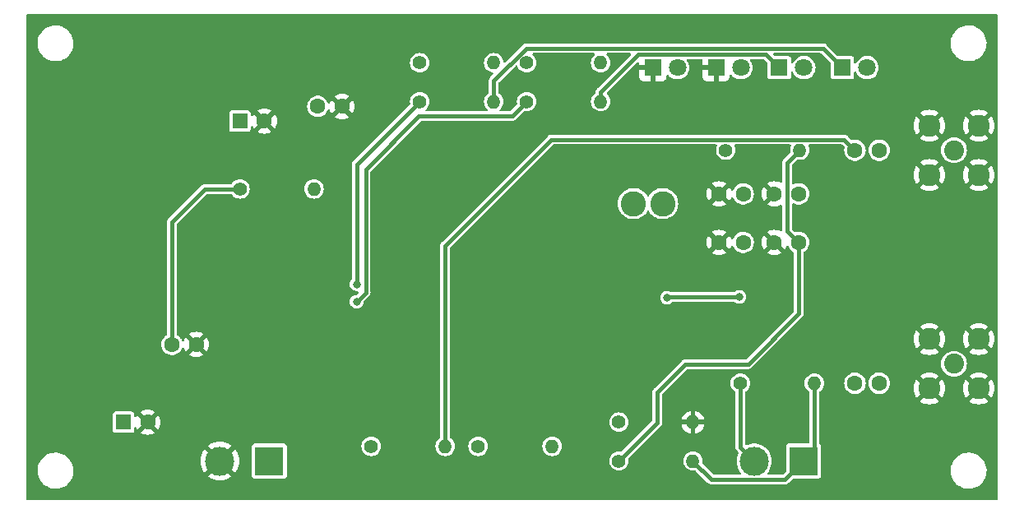
<source format=gbr>
%TF.GenerationSoftware,KiCad,Pcbnew,7.0.10*%
%TF.CreationDate,2024-05-23T22:50:19+08:00*%
%TF.ProjectId,pcb,7063622e-6b69-4636-9164-5f7063625858,rev?*%
%TF.SameCoordinates,Original*%
%TF.FileFunction,Copper,L2,Bot*%
%TF.FilePolarity,Positive*%
%FSLAX46Y46*%
G04 Gerber Fmt 4.6, Leading zero omitted, Abs format (unit mm)*
G04 Created by KiCad (PCBNEW 7.0.10) date 2024-05-23 22:50:19*
%MOMM*%
%LPD*%
G01*
G04 APERTURE LIST*
%TA.AperFunction,ComponentPad*%
%ADD10C,1.400000*%
%TD*%
%TA.AperFunction,ComponentPad*%
%ADD11O,1.400000X1.400000*%
%TD*%
%TA.AperFunction,ComponentPad*%
%ADD12R,1.800000X1.800000*%
%TD*%
%TA.AperFunction,ComponentPad*%
%ADD13C,1.800000*%
%TD*%
%TA.AperFunction,ComponentPad*%
%ADD14C,2.050000*%
%TD*%
%TA.AperFunction,ComponentPad*%
%ADD15C,2.250000*%
%TD*%
%TA.AperFunction,ComponentPad*%
%ADD16C,1.600000*%
%TD*%
%TA.AperFunction,ComponentPad*%
%ADD17C,2.600000*%
%TD*%
%TA.AperFunction,ComponentPad*%
%ADD18R,3.000000X3.000000*%
%TD*%
%TA.AperFunction,ComponentPad*%
%ADD19C,3.000000*%
%TD*%
%TA.AperFunction,ComponentPad*%
%ADD20R,1.600000X1.600000*%
%TD*%
%TA.AperFunction,ViaPad*%
%ADD21C,0.800000*%
%TD*%
%TA.AperFunction,Conductor*%
%ADD22C,0.400000*%
%TD*%
G04 APERTURE END LIST*
D10*
%TO.P,R2,1*%
%TO.N,/GNSS_PPS_B*%
X120500000Y-55000000D03*
D11*
%TO.P,R2,2*%
%TO.N,Net-(D4-A)*%
X128120000Y-55000000D03*
%TD*%
D10*
%TO.P,R3,1*%
%TO.N,Net-(C3-Pad2)*%
X152000000Y-64000000D03*
D11*
%TO.P,R3,2*%
%TO.N,/+3V3*%
X159620000Y-64000000D03*
%TD*%
D12*
%TO.P,D6,1,K*%
%TO.N,Net-(D6-K)*%
X157500000Y-55500000D03*
D13*
%TO.P,D6,2,A*%
%TO.N,/+3V3*%
X160040000Y-55500000D03*
%TD*%
D10*
%TO.P,R9,1*%
%TO.N,/+3V3*%
X141000000Y-96000000D03*
D11*
%TO.P,R9,2*%
%TO.N,/RS485_A*%
X148620000Y-96000000D03*
%TD*%
D10*
%TO.P,R4,1*%
%TO.N,/GNSS_RXD*%
X120500000Y-59000000D03*
D11*
%TO.P,R4,2*%
%TO.N,Net-(D5-K)*%
X128120000Y-59000000D03*
%TD*%
D12*
%TO.P,D1,1,K*%
%TO.N,GND*%
X151000000Y-55500000D03*
D13*
%TO.P,D1,2,A*%
%TO.N,Net-(D1-A)*%
X153540000Y-55500000D03*
%TD*%
D10*
%TO.P,R10,1*%
%TO.N,/RS485_B*%
X153500000Y-88000000D03*
D11*
%TO.P,R10,2*%
%TO.N,/RS485_A*%
X161120000Y-88000000D03*
%TD*%
D14*
%TO.P,J2,1,In*%
%TO.N,Net-(J2-In)*%
X175500000Y-64000000D03*
D15*
%TO.P,J2,2,Ext*%
%TO.N,GND*%
X172960000Y-61460000D03*
X172960000Y-66540000D03*
X178040000Y-61460000D03*
X178040000Y-66540000D03*
%TD*%
D16*
%TO.P,C8,1*%
%TO.N,Net-(C8-Pad1)*%
X165300000Y-64000000D03*
%TO.P,C8,2*%
%TO.N,Net-(J2-In)*%
X167800000Y-64000000D03*
%TD*%
D14*
%TO.P,J3,1,In*%
%TO.N,Net-(J2-In)*%
X175500000Y-86000000D03*
D15*
%TO.P,J3,2,Ext*%
%TO.N,GND*%
X172960000Y-83460000D03*
X172960000Y-88540000D03*
X178040000Y-83460000D03*
X178040000Y-88540000D03*
%TD*%
D17*
%TO.P,L1,1*%
%TO.N,Net-(C3-Pad2)*%
X142500000Y-69500000D03*
%TO.P,L1,2*%
%TO.N,Net-(J2-In)*%
X145500000Y-69500000D03*
%TD*%
D10*
%TO.P,R6,1*%
%TO.N,/GNSS_TXD*%
X131500000Y-59000000D03*
D11*
%TO.P,R6,2*%
%TO.N,Net-(D6-K)*%
X139120000Y-59000000D03*
%TD*%
D16*
%TO.P,C10,1*%
%TO.N,GND*%
X157000000Y-73500000D03*
%TO.P,C10,2*%
%TO.N,/+3V3*%
X159500000Y-73500000D03*
%TD*%
D10*
%TO.P,R5,1*%
%TO.N,/+3V3*%
X102000000Y-68000000D03*
D11*
%TO.P,R5,2*%
%TO.N,Net-(U2-RESET_N)*%
X109620000Y-68000000D03*
%TD*%
D18*
%TO.P,J1,1,Pin_1*%
%TO.N,Net-(D3-A)*%
X105000000Y-96000000D03*
D19*
%TO.P,J1,2,Pin_2*%
%TO.N,GND*%
X99920000Y-96000000D03*
%TD*%
D16*
%TO.P,C6,1*%
%TO.N,GND*%
X151300000Y-73500000D03*
%TO.P,C6,2*%
%TO.N,/+3V3*%
X153800000Y-73500000D03*
%TD*%
D12*
%TO.P,D4,1,K*%
%TO.N,GND*%
X144500000Y-55500000D03*
D13*
%TO.P,D4,2,A*%
%TO.N,Net-(D4-A)*%
X147040000Y-55500000D03*
%TD*%
D10*
%TO.P,R7,1*%
%TO.N,/GNSS_ANT_A*%
X115500000Y-94500000D03*
D11*
%TO.P,R7,2*%
%TO.N,Net-(C8-Pad1)*%
X123120000Y-94500000D03*
%TD*%
D10*
%TO.P,R8,1*%
%TO.N,/GNSS_ANT_B*%
X126500000Y-94500000D03*
D11*
%TO.P,R8,2*%
%TO.N,Net-(C9-Pad1)*%
X134120000Y-94500000D03*
%TD*%
D20*
%TO.P,C1,1*%
%TO.N,/Vin*%
X90000000Y-92000000D03*
D16*
%TO.P,C1,2*%
%TO.N,GND*%
X92500000Y-92000000D03*
%TD*%
D18*
%TO.P,J4,1,Pin_1*%
%TO.N,/RS485_A*%
X160000000Y-96000000D03*
D19*
%TO.P,J4,2,Pin_2*%
%TO.N,/RS485_B*%
X154920000Y-96000000D03*
%TD*%
D16*
%TO.P,C4,1*%
%TO.N,GND*%
X157000000Y-68500000D03*
%TO.P,C4,2*%
%TO.N,Net-(C3-Pad2)*%
X159500000Y-68500000D03*
%TD*%
%TO.P,C2,1*%
%TO.N,/+3V3*%
X95000000Y-84000000D03*
%TO.P,C2,2*%
%TO.N,GND*%
X97500000Y-84000000D03*
%TD*%
D10*
%TO.P,R11,1*%
%TO.N,/RS485_B*%
X141000000Y-92000000D03*
D11*
%TO.P,R11,2*%
%TO.N,GND*%
X148620000Y-92000000D03*
%TD*%
D20*
%TO.P,C7,1*%
%TO.N,/+3V3*%
X102000000Y-61000000D03*
D16*
%TO.P,C7,2*%
%TO.N,GND*%
X104500000Y-61000000D03*
%TD*%
D12*
%TO.P,D5,1,K*%
%TO.N,Net-(D5-K)*%
X164000000Y-55500000D03*
D13*
%TO.P,D5,2,A*%
%TO.N,/+3V3*%
X166540000Y-55500000D03*
%TD*%
D10*
%TO.P,R1,1*%
%TO.N,/GNSS_PPS_A*%
X131500000Y-55000000D03*
D11*
%TO.P,R1,2*%
%TO.N,Net-(D1-A)*%
X139120000Y-55000000D03*
%TD*%
D16*
%TO.P,C9,1*%
%TO.N,Net-(C9-Pad1)*%
X165300000Y-88000000D03*
%TO.P,C9,2*%
%TO.N,Net-(J2-In)*%
X167800000Y-88000000D03*
%TD*%
%TO.P,C5,1*%
%TO.N,/+3V3*%
X110000000Y-59500000D03*
%TO.P,C5,2*%
%TO.N,GND*%
X112500000Y-59500000D03*
%TD*%
%TO.P,C3,1*%
%TO.N,GND*%
X151300000Y-68500000D03*
%TO.P,C3,2*%
%TO.N,Net-(C3-Pad2)*%
X153800000Y-68500000D03*
%TD*%
D21*
%TO.N,GND*%
X117920000Y-81390000D03*
%TO.N,/GNSS_RXD*%
X114000000Y-77800000D03*
%TO.N,/GNSS_TXD*%
X114000000Y-79600000D03*
%TO.N,Net-(U4-RO)*%
X145960000Y-79190000D03*
X153390000Y-79110000D03*
%TD*%
D22*
%TO.N,/+3V3*%
X102000000Y-68000000D02*
X98370000Y-68000000D01*
X158300000Y-65320000D02*
X158300000Y-72300000D01*
X98370000Y-68000000D02*
X95000000Y-71370000D01*
X158300000Y-72300000D02*
X159500000Y-73500000D01*
X144960000Y-92040000D02*
X141000000Y-96000000D01*
X159620000Y-64000000D02*
X158300000Y-65320000D01*
X159500000Y-73500000D02*
X159500000Y-80830000D01*
X154300000Y-86030000D02*
X147840000Y-86030000D01*
X147840000Y-86030000D02*
X144960000Y-88910000D01*
X144960000Y-88910000D02*
X144960000Y-92040000D01*
X95000000Y-71370000D02*
X95000000Y-84000000D01*
X159500000Y-80830000D02*
X154300000Y-86030000D01*
%TO.N,Net-(C8-Pad1)*%
X165300000Y-64000000D02*
X164200000Y-62900000D01*
X134040000Y-62900000D02*
X123120000Y-73820000D01*
X164200000Y-62900000D02*
X134040000Y-62900000D01*
X123120000Y-73820000D02*
X123120000Y-94500000D01*
%TO.N,Net-(D6-K)*%
X143028051Y-54102000D02*
X156102000Y-54102000D01*
X139120000Y-59000000D02*
X139120000Y-58010051D01*
X139120000Y-58010051D02*
X143028051Y-54102000D01*
X156102000Y-54102000D02*
X157500000Y-55500000D01*
%TO.N,Net-(D5-K)*%
X162002000Y-53502000D02*
X131442365Y-53502000D01*
X128120000Y-56824365D02*
X128120000Y-59000000D01*
X164000000Y-55500000D02*
X162002000Y-53502000D01*
X131442365Y-53502000D02*
X128120000Y-56824365D01*
%TO.N,/RS485_A*%
X148620000Y-96000000D02*
X150520000Y-97900000D01*
X158100000Y-97900000D02*
X160000000Y-96000000D01*
X161120000Y-88000000D02*
X161120000Y-94880000D01*
X150520000Y-97900000D02*
X158100000Y-97900000D01*
%TO.N,/RS485_B*%
X153500000Y-88000000D02*
X153500000Y-94580000D01*
X153500000Y-94580000D02*
X154920000Y-96000000D01*
%TO.N,/GNSS_RXD*%
X114000000Y-65500000D02*
X120500000Y-59000000D01*
X114000000Y-77800000D02*
X114000000Y-65500000D01*
%TO.N,/GNSS_TXD*%
X120390000Y-60500000D02*
X130000000Y-60500000D01*
X114000000Y-79600000D02*
X114930000Y-78670000D01*
X114930000Y-65960000D02*
X120390000Y-60500000D01*
X130000000Y-60500000D02*
X131500000Y-59000000D01*
X114930000Y-78670000D02*
X114930000Y-65960000D01*
%TO.N,Net-(U4-RO)*%
X146040000Y-79110000D02*
X145960000Y-79190000D01*
X153390000Y-79110000D02*
X146040000Y-79110000D01*
%TD*%
%TA.AperFunction,Conductor*%
%TO.N,GND*%
G36*
X179942539Y-50020185D02*
G01*
X179988294Y-50072989D01*
X179999500Y-50124500D01*
X179999500Y-99875500D01*
X179979815Y-99942539D01*
X179927011Y-99988294D01*
X179875500Y-99999500D01*
X80124500Y-99999500D01*
X80057461Y-99979815D01*
X80011706Y-99927011D01*
X80000500Y-99875500D01*
X80000500Y-97067763D01*
X81145787Y-97067763D01*
X81175413Y-97337013D01*
X81175415Y-97337024D01*
X81238968Y-97580116D01*
X81243928Y-97599088D01*
X81349870Y-97848390D01*
X81445515Y-98005109D01*
X81490979Y-98079605D01*
X81490986Y-98079615D01*
X81664253Y-98287819D01*
X81664259Y-98287824D01*
X81794321Y-98404359D01*
X81865998Y-98468582D01*
X82091910Y-98618044D01*
X82337176Y-98733020D01*
X82337183Y-98733022D01*
X82337185Y-98733023D01*
X82596557Y-98811057D01*
X82596564Y-98811058D01*
X82596569Y-98811060D01*
X82864561Y-98850500D01*
X82864566Y-98850500D01*
X83067629Y-98850500D01*
X83067631Y-98850500D01*
X83067636Y-98850499D01*
X83067648Y-98850499D01*
X83105191Y-98847750D01*
X83270156Y-98835677D01*
X83382758Y-98810593D01*
X83534546Y-98776782D01*
X83534548Y-98776781D01*
X83534553Y-98776780D01*
X83787558Y-98680014D01*
X84023777Y-98547441D01*
X84238177Y-98381888D01*
X84426186Y-98186881D01*
X84583799Y-97966579D01*
X84657787Y-97822669D01*
X84707649Y-97725690D01*
X84707651Y-97725684D01*
X84707656Y-97725675D01*
X84795118Y-97469305D01*
X84844319Y-97202933D01*
X84854212Y-96932235D01*
X84824586Y-96662982D01*
X84756072Y-96400912D01*
X84650130Y-96151610D01*
X84557604Y-96000001D01*
X97914891Y-96000001D01*
X97935300Y-96285362D01*
X97996109Y-96564895D01*
X98096091Y-96832958D01*
X98233191Y-97084038D01*
X98233196Y-97084046D01*
X98339882Y-97226561D01*
X98339883Y-97226562D01*
X99235195Y-96331250D01*
X99257340Y-96382587D01*
X99363433Y-96525094D01*
X99499530Y-96639294D01*
X99589216Y-96684335D01*
X98693436Y-97580115D01*
X98835960Y-97686807D01*
X98835961Y-97686808D01*
X99087042Y-97823908D01*
X99087041Y-97823908D01*
X99355104Y-97923890D01*
X99634637Y-97984699D01*
X99919999Y-98005109D01*
X99920001Y-98005109D01*
X100205362Y-97984699D01*
X100484895Y-97923890D01*
X100752958Y-97823908D01*
X101004047Y-97686803D01*
X101146561Y-97580116D01*
X101146562Y-97580115D01*
X101111303Y-97544856D01*
X103199500Y-97544856D01*
X103199502Y-97544882D01*
X103202413Y-97569987D01*
X103202415Y-97569991D01*
X103247793Y-97672764D01*
X103247794Y-97672765D01*
X103327235Y-97752206D01*
X103430009Y-97797585D01*
X103455135Y-97800500D01*
X106544864Y-97800499D01*
X106544879Y-97800497D01*
X106544882Y-97800497D01*
X106569987Y-97797586D01*
X106569988Y-97797585D01*
X106569991Y-97797585D01*
X106672765Y-97752206D01*
X106752206Y-97672765D01*
X106797585Y-97569991D01*
X106800500Y-97544865D01*
X106800499Y-94500000D01*
X114494659Y-94500000D01*
X114513975Y-94696129D01*
X114571188Y-94884733D01*
X114664086Y-95058532D01*
X114664090Y-95058539D01*
X114789116Y-95210883D01*
X114941460Y-95335909D01*
X114941467Y-95335913D01*
X115115266Y-95428811D01*
X115115269Y-95428811D01*
X115115273Y-95428814D01*
X115303868Y-95486024D01*
X115500000Y-95505341D01*
X115696132Y-95486024D01*
X115884727Y-95428814D01*
X116058538Y-95335910D01*
X116210883Y-95210883D01*
X116335910Y-95058538D01*
X116428814Y-94884727D01*
X116486024Y-94696132D01*
X116505341Y-94500000D01*
X122114659Y-94500000D01*
X122133975Y-94696129D01*
X122191188Y-94884733D01*
X122284086Y-95058532D01*
X122284090Y-95058539D01*
X122409116Y-95210883D01*
X122561460Y-95335909D01*
X122561467Y-95335913D01*
X122735266Y-95428811D01*
X122735269Y-95428811D01*
X122735273Y-95428814D01*
X122923868Y-95486024D01*
X123120000Y-95505341D01*
X123316132Y-95486024D01*
X123504727Y-95428814D01*
X123678538Y-95335910D01*
X123830883Y-95210883D01*
X123955910Y-95058538D01*
X124048814Y-94884727D01*
X124106024Y-94696132D01*
X124125341Y-94500000D01*
X125494659Y-94500000D01*
X125513975Y-94696129D01*
X125571188Y-94884733D01*
X125664086Y-95058532D01*
X125664090Y-95058539D01*
X125789116Y-95210883D01*
X125941460Y-95335909D01*
X125941467Y-95335913D01*
X126115266Y-95428811D01*
X126115269Y-95428811D01*
X126115273Y-95428814D01*
X126303868Y-95486024D01*
X126500000Y-95505341D01*
X126696132Y-95486024D01*
X126884727Y-95428814D01*
X127058538Y-95335910D01*
X127210883Y-95210883D01*
X127335910Y-95058538D01*
X127428814Y-94884727D01*
X127486024Y-94696132D01*
X127505341Y-94500000D01*
X133114659Y-94500000D01*
X133133975Y-94696129D01*
X133191188Y-94884733D01*
X133284086Y-95058532D01*
X133284090Y-95058539D01*
X133409116Y-95210883D01*
X133561460Y-95335909D01*
X133561467Y-95335913D01*
X133735266Y-95428811D01*
X133735269Y-95428811D01*
X133735273Y-95428814D01*
X133923868Y-95486024D01*
X134120000Y-95505341D01*
X134316132Y-95486024D01*
X134504727Y-95428814D01*
X134678538Y-95335910D01*
X134830883Y-95210883D01*
X134955910Y-95058538D01*
X135048814Y-94884727D01*
X135106024Y-94696132D01*
X135125341Y-94500000D01*
X135106024Y-94303868D01*
X135048814Y-94115273D01*
X135048811Y-94115269D01*
X135048811Y-94115266D01*
X134955913Y-93941467D01*
X134955909Y-93941460D01*
X134830883Y-93789116D01*
X134678539Y-93664090D01*
X134678532Y-93664086D01*
X134504733Y-93571188D01*
X134504727Y-93571186D01*
X134316132Y-93513976D01*
X134316129Y-93513975D01*
X134120000Y-93494659D01*
X133923870Y-93513975D01*
X133735266Y-93571188D01*
X133561467Y-93664086D01*
X133561460Y-93664090D01*
X133409116Y-93789116D01*
X133284090Y-93941460D01*
X133284086Y-93941467D01*
X133191188Y-94115266D01*
X133133975Y-94303870D01*
X133114659Y-94500000D01*
X127505341Y-94500000D01*
X127486024Y-94303868D01*
X127428814Y-94115273D01*
X127428811Y-94115269D01*
X127428811Y-94115266D01*
X127335913Y-93941467D01*
X127335909Y-93941460D01*
X127210883Y-93789116D01*
X127058539Y-93664090D01*
X127058532Y-93664086D01*
X126884733Y-93571188D01*
X126884727Y-93571186D01*
X126696132Y-93513976D01*
X126696129Y-93513975D01*
X126500000Y-93494659D01*
X126303870Y-93513975D01*
X126115266Y-93571188D01*
X125941467Y-93664086D01*
X125941460Y-93664090D01*
X125789116Y-93789116D01*
X125664090Y-93941460D01*
X125664086Y-93941467D01*
X125571188Y-94115266D01*
X125513975Y-94303870D01*
X125494659Y-94500000D01*
X124125341Y-94500000D01*
X124106024Y-94303868D01*
X124048814Y-94115273D01*
X124048811Y-94115269D01*
X124048811Y-94115266D01*
X123955913Y-93941467D01*
X123955909Y-93941460D01*
X123830883Y-93789116D01*
X123678538Y-93664089D01*
X123675604Y-93662129D01*
X123674413Y-93660704D01*
X123673829Y-93660225D01*
X123673920Y-93660113D01*
X123630802Y-93608514D01*
X123620500Y-93559030D01*
X123620500Y-92000000D01*
X139994659Y-92000000D01*
X140013975Y-92196129D01*
X140013976Y-92196132D01*
X140071154Y-92384623D01*
X140071188Y-92384733D01*
X140164086Y-92558532D01*
X140164090Y-92558539D01*
X140289116Y-92710883D01*
X140441460Y-92835909D01*
X140441467Y-92835913D01*
X140615266Y-92928811D01*
X140615269Y-92928811D01*
X140615273Y-92928814D01*
X140803868Y-92986024D01*
X141000000Y-93005341D01*
X141196132Y-92986024D01*
X141384727Y-92928814D01*
X141558538Y-92835910D01*
X141710883Y-92710883D01*
X141835910Y-92558538D01*
X141908816Y-92422140D01*
X141928811Y-92384733D01*
X141928811Y-92384732D01*
X141928814Y-92384727D01*
X141986024Y-92196132D01*
X142005341Y-92000000D01*
X141986024Y-91803868D01*
X141928814Y-91615273D01*
X141928811Y-91615269D01*
X141928811Y-91615266D01*
X141835913Y-91441467D01*
X141835909Y-91441460D01*
X141710883Y-91289116D01*
X141558539Y-91164090D01*
X141558532Y-91164086D01*
X141384733Y-91071188D01*
X141384727Y-91071186D01*
X141196132Y-91013976D01*
X141196129Y-91013975D01*
X141000000Y-90994659D01*
X140803870Y-91013975D01*
X140615266Y-91071188D01*
X140441467Y-91164086D01*
X140441460Y-91164090D01*
X140289116Y-91289116D01*
X140164090Y-91441460D01*
X140164086Y-91441467D01*
X140071188Y-91615266D01*
X140013975Y-91803870D01*
X139994659Y-92000000D01*
X123620500Y-92000000D01*
X123620500Y-79190000D01*
X145254355Y-79190000D01*
X145274859Y-79358869D01*
X145274860Y-79358874D01*
X145335182Y-79517931D01*
X145391831Y-79600000D01*
X145431817Y-79657929D01*
X145468849Y-79690736D01*
X145559150Y-79770736D01*
X145709773Y-79849789D01*
X145709775Y-79849790D01*
X145874944Y-79890500D01*
X146045056Y-79890500D01*
X146210225Y-79849790D01*
X146289692Y-79808081D01*
X146360849Y-79770736D01*
X146360850Y-79770734D01*
X146360852Y-79770734D01*
X146488183Y-79657929D01*
X146488186Y-79657925D01*
X146493157Y-79652315D01*
X146495680Y-79654550D01*
X146538251Y-79620062D01*
X146586001Y-79610500D01*
X152851555Y-79610500D01*
X152918594Y-79630185D01*
X152933779Y-79641682D01*
X152989148Y-79690734D01*
X153139775Y-79769790D01*
X153304944Y-79810500D01*
X153475056Y-79810500D01*
X153640225Y-79769790D01*
X153719692Y-79728081D01*
X153790849Y-79690736D01*
X153790850Y-79690734D01*
X153790852Y-79690734D01*
X153918183Y-79577929D01*
X154014818Y-79437930D01*
X154075140Y-79278872D01*
X154095645Y-79110000D01*
X154075140Y-78941128D01*
X154074334Y-78939004D01*
X154014817Y-78782068D01*
X153966577Y-78712181D01*
X153918183Y-78642071D01*
X153790852Y-78529266D01*
X153790849Y-78529263D01*
X153640226Y-78450210D01*
X153475056Y-78409500D01*
X153304944Y-78409500D01*
X153139773Y-78450210D01*
X152989150Y-78529264D01*
X152933782Y-78578316D01*
X152870549Y-78608037D01*
X152851555Y-78609500D01*
X146391861Y-78609500D01*
X146334235Y-78595296D01*
X146210226Y-78530210D01*
X146045056Y-78489500D01*
X145874944Y-78489500D01*
X145709773Y-78530210D01*
X145559150Y-78609263D01*
X145431816Y-78722072D01*
X145335182Y-78862068D01*
X145274860Y-79021125D01*
X145274859Y-79021130D01*
X145254355Y-79190000D01*
X123620500Y-79190000D01*
X123620500Y-74078676D01*
X123640185Y-74011637D01*
X123656819Y-73990995D01*
X124147812Y-73500002D01*
X149995034Y-73500002D01*
X150014858Y-73726599D01*
X150014860Y-73726610D01*
X150073730Y-73946317D01*
X150073735Y-73946331D01*
X150169863Y-74152478D01*
X150220974Y-74225472D01*
X150902046Y-73544400D01*
X150914835Y-73625148D01*
X150972359Y-73738045D01*
X151061955Y-73827641D01*
X151174852Y-73885165D01*
X151255599Y-73897953D01*
X150574526Y-74579025D01*
X150647513Y-74630132D01*
X150647521Y-74630136D01*
X150853668Y-74726264D01*
X150853682Y-74726269D01*
X151073389Y-74785139D01*
X151073400Y-74785141D01*
X151299998Y-74804966D01*
X151300002Y-74804966D01*
X151526599Y-74785141D01*
X151526610Y-74785139D01*
X151746317Y-74726269D01*
X151746331Y-74726264D01*
X151952478Y-74630136D01*
X152025471Y-74579024D01*
X151344400Y-73897953D01*
X151425148Y-73885165D01*
X151538045Y-73827641D01*
X151627641Y-73738045D01*
X151685165Y-73625148D01*
X151697953Y-73544400D01*
X152379024Y-74225471D01*
X152430136Y-74152478D01*
X152526264Y-73946331D01*
X152526269Y-73946317D01*
X152534880Y-73914181D01*
X152571244Y-73854521D01*
X152634091Y-73823991D01*
X152703467Y-73832285D01*
X152757345Y-73876770D01*
X152766516Y-73894290D01*
X152766862Y-73894118D01*
X152860327Y-74081821D01*
X152983237Y-74244581D01*
X153133958Y-74381980D01*
X153133960Y-74381982D01*
X153233141Y-74443392D01*
X153307363Y-74489348D01*
X153497544Y-74563024D01*
X153698024Y-74600500D01*
X153698026Y-74600500D01*
X153901974Y-74600500D01*
X153901976Y-74600500D01*
X154102456Y-74563024D01*
X154292637Y-74489348D01*
X154466041Y-74381981D01*
X154616764Y-74244579D01*
X154739673Y-74081821D01*
X154830582Y-73899250D01*
X154886397Y-73703083D01*
X154905215Y-73500000D01*
X154899456Y-73437854D01*
X154886397Y-73296917D01*
X154876449Y-73261955D01*
X154830582Y-73100750D01*
X154739673Y-72918179D01*
X154680704Y-72840091D01*
X154616762Y-72755418D01*
X154466041Y-72618019D01*
X154466039Y-72618017D01*
X154292642Y-72510655D01*
X154292635Y-72510651D01*
X154197546Y-72473814D01*
X154102456Y-72436976D01*
X153901976Y-72399500D01*
X153698024Y-72399500D01*
X153497544Y-72436976D01*
X153497541Y-72436976D01*
X153497541Y-72436977D01*
X153307364Y-72510651D01*
X153307357Y-72510655D01*
X153133960Y-72618017D01*
X153133958Y-72618019D01*
X152983237Y-72755418D01*
X152860327Y-72918178D01*
X152766862Y-73105882D01*
X152765245Y-73105076D01*
X152727702Y-73153925D01*
X152661934Y-73177511D01*
X152593854Y-73161796D01*
X152545079Y-73111768D01*
X152534880Y-73085818D01*
X152526269Y-73053682D01*
X152526264Y-73053668D01*
X152430136Y-72847521D01*
X152430132Y-72847513D01*
X152379025Y-72774526D01*
X151697953Y-73455598D01*
X151685165Y-73374852D01*
X151627641Y-73261955D01*
X151538045Y-73172359D01*
X151425148Y-73114835D01*
X151344401Y-73102046D01*
X152025472Y-72420974D01*
X151952478Y-72369863D01*
X151746331Y-72273735D01*
X151746317Y-72273730D01*
X151526610Y-72214860D01*
X151526599Y-72214858D01*
X151300002Y-72195034D01*
X151299998Y-72195034D01*
X151073400Y-72214858D01*
X151073389Y-72214860D01*
X150853682Y-72273730D01*
X150853673Y-72273734D01*
X150647516Y-72369866D01*
X150647512Y-72369868D01*
X150574526Y-72420973D01*
X150574526Y-72420974D01*
X151255599Y-73102046D01*
X151174852Y-73114835D01*
X151061955Y-73172359D01*
X150972359Y-73261955D01*
X150914835Y-73374852D01*
X150902046Y-73455598D01*
X150220974Y-72774526D01*
X150220973Y-72774526D01*
X150169868Y-72847512D01*
X150169866Y-72847516D01*
X150073734Y-73053673D01*
X150073730Y-73053682D01*
X150014860Y-73273389D01*
X150014858Y-73273400D01*
X149995034Y-73499997D01*
X149995034Y-73500002D01*
X124147812Y-73500002D01*
X128147814Y-69500000D01*
X140894551Y-69500000D01*
X140914317Y-69751151D01*
X140973126Y-69996110D01*
X141069533Y-70228859D01*
X141201160Y-70443653D01*
X141201161Y-70443656D01*
X141201164Y-70443659D01*
X141364776Y-70635224D01*
X141513066Y-70761875D01*
X141556343Y-70798838D01*
X141556346Y-70798839D01*
X141771140Y-70930466D01*
X141909705Y-70987861D01*
X142003889Y-71026873D01*
X142248852Y-71085683D01*
X142500000Y-71105449D01*
X142751148Y-71085683D01*
X142996111Y-71026873D01*
X143228859Y-70930466D01*
X143443659Y-70798836D01*
X143635224Y-70635224D01*
X143798836Y-70443659D01*
X143894273Y-70287921D01*
X143946085Y-70241046D01*
X144015014Y-70229623D01*
X144079177Y-70257280D01*
X144105727Y-70287921D01*
X144201160Y-70443653D01*
X144201161Y-70443656D01*
X144201164Y-70443659D01*
X144364776Y-70635224D01*
X144513066Y-70761875D01*
X144556343Y-70798838D01*
X144556346Y-70798839D01*
X144771140Y-70930466D01*
X144909705Y-70987861D01*
X145003889Y-71026873D01*
X145248852Y-71085683D01*
X145500000Y-71105449D01*
X145751148Y-71085683D01*
X145996111Y-71026873D01*
X146228859Y-70930466D01*
X146443659Y-70798836D01*
X146635224Y-70635224D01*
X146798836Y-70443659D01*
X146930466Y-70228859D01*
X147026873Y-69996111D01*
X147085683Y-69751148D01*
X147105449Y-69500000D01*
X147085683Y-69248852D01*
X147026873Y-69003889D01*
X146983841Y-68900000D01*
X146930466Y-68771140D01*
X146798839Y-68556346D01*
X146798838Y-68556343D01*
X146750718Y-68500002D01*
X149995034Y-68500002D01*
X150014858Y-68726599D01*
X150014860Y-68726610D01*
X150073730Y-68946317D01*
X150073735Y-68946331D01*
X150169863Y-69152478D01*
X150220974Y-69225472D01*
X150902046Y-68544400D01*
X150914835Y-68625148D01*
X150972359Y-68738045D01*
X151061955Y-68827641D01*
X151174852Y-68885165D01*
X151255599Y-68897953D01*
X150574526Y-69579025D01*
X150647513Y-69630132D01*
X150647521Y-69630136D01*
X150853668Y-69726264D01*
X150853682Y-69726269D01*
X151073389Y-69785139D01*
X151073400Y-69785141D01*
X151299998Y-69804966D01*
X151300002Y-69804966D01*
X151526599Y-69785141D01*
X151526610Y-69785139D01*
X151746317Y-69726269D01*
X151746331Y-69726264D01*
X151952478Y-69630136D01*
X152025471Y-69579024D01*
X151344400Y-68897953D01*
X151425148Y-68885165D01*
X151538045Y-68827641D01*
X151627641Y-68738045D01*
X151685165Y-68625148D01*
X151697953Y-68544400D01*
X152379024Y-69225471D01*
X152430136Y-69152478D01*
X152526264Y-68946331D01*
X152526269Y-68946317D01*
X152534880Y-68914181D01*
X152571244Y-68854521D01*
X152634091Y-68823991D01*
X152703467Y-68832285D01*
X152757345Y-68876770D01*
X152766516Y-68894290D01*
X152766862Y-68894118D01*
X152860327Y-69081821D01*
X152983237Y-69244581D01*
X153133958Y-69381980D01*
X153133960Y-69381982D01*
X153233141Y-69443392D01*
X153307363Y-69489348D01*
X153497544Y-69563024D01*
X153698024Y-69600500D01*
X153698026Y-69600500D01*
X153901974Y-69600500D01*
X153901976Y-69600500D01*
X154102456Y-69563024D01*
X154292637Y-69489348D01*
X154466041Y-69381981D01*
X154616764Y-69244579D01*
X154739673Y-69081821D01*
X154830582Y-68899250D01*
X154886397Y-68703083D01*
X154905215Y-68500000D01*
X154886397Y-68296917D01*
X154830582Y-68100750D01*
X154825352Y-68090247D01*
X154776612Y-67992363D01*
X154739673Y-67918179D01*
X154653351Y-67803870D01*
X154616762Y-67755418D01*
X154466041Y-67618019D01*
X154466039Y-67618017D01*
X154292642Y-67510655D01*
X154292635Y-67510651D01*
X154126191Y-67446171D01*
X154102456Y-67436976D01*
X153901976Y-67399500D01*
X153698024Y-67399500D01*
X153497544Y-67436976D01*
X153497541Y-67436976D01*
X153497541Y-67436977D01*
X153307364Y-67510651D01*
X153307357Y-67510655D01*
X153133960Y-67618017D01*
X153133958Y-67618019D01*
X152983237Y-67755418D01*
X152860327Y-67918178D01*
X152766862Y-68105882D01*
X152765245Y-68105076D01*
X152727702Y-68153925D01*
X152661934Y-68177511D01*
X152593854Y-68161796D01*
X152545079Y-68111768D01*
X152534880Y-68085818D01*
X152526269Y-68053682D01*
X152526264Y-68053668D01*
X152430136Y-67847521D01*
X152430132Y-67847513D01*
X152379025Y-67774526D01*
X151697953Y-68455598D01*
X151685165Y-68374852D01*
X151627641Y-68261955D01*
X151538045Y-68172359D01*
X151425148Y-68114835D01*
X151344401Y-68102046D01*
X152025472Y-67420974D01*
X151952478Y-67369863D01*
X151746331Y-67273735D01*
X151746317Y-67273730D01*
X151526610Y-67214860D01*
X151526599Y-67214858D01*
X151300002Y-67195034D01*
X151299998Y-67195034D01*
X151073400Y-67214858D01*
X151073389Y-67214860D01*
X150853682Y-67273730D01*
X150853673Y-67273734D01*
X150647516Y-67369866D01*
X150647512Y-67369868D01*
X150574526Y-67420973D01*
X150574526Y-67420974D01*
X151255599Y-68102046D01*
X151174852Y-68114835D01*
X151061955Y-68172359D01*
X150972359Y-68261955D01*
X150914835Y-68374852D01*
X150902046Y-68455598D01*
X150220974Y-67774526D01*
X150220973Y-67774526D01*
X150169868Y-67847512D01*
X150169866Y-67847516D01*
X150073734Y-68053673D01*
X150073730Y-68053682D01*
X150014860Y-68273389D01*
X150014858Y-68273400D01*
X149995034Y-68499997D01*
X149995034Y-68500002D01*
X146750718Y-68500002D01*
X146750714Y-68499997D01*
X146635224Y-68364776D01*
X146508571Y-68256604D01*
X146443656Y-68201161D01*
X146443653Y-68201160D01*
X146228859Y-68069533D01*
X145996110Y-67973126D01*
X145751151Y-67914317D01*
X145500000Y-67894551D01*
X145248848Y-67914317D01*
X145003889Y-67973126D01*
X144771140Y-68069533D01*
X144556346Y-68201160D01*
X144556343Y-68201161D01*
X144364776Y-68364776D01*
X144201161Y-68556343D01*
X144201160Y-68556346D01*
X144105727Y-68712078D01*
X144053915Y-68758953D01*
X143984985Y-68770376D01*
X143920823Y-68742718D01*
X143894273Y-68712078D01*
X143798839Y-68556346D01*
X143798838Y-68556343D01*
X143750714Y-68499997D01*
X143635224Y-68364776D01*
X143508571Y-68256604D01*
X143443656Y-68201161D01*
X143443653Y-68201160D01*
X143228859Y-68069533D01*
X142996110Y-67973126D01*
X142751151Y-67914317D01*
X142500000Y-67894551D01*
X142248848Y-67914317D01*
X142003889Y-67973126D01*
X141771140Y-68069533D01*
X141556346Y-68201160D01*
X141556343Y-68201161D01*
X141364776Y-68364776D01*
X141201161Y-68556343D01*
X141201160Y-68556346D01*
X141069533Y-68771140D01*
X140973126Y-69003889D01*
X140914317Y-69248848D01*
X140894551Y-69500000D01*
X128147814Y-69500000D01*
X134210995Y-63436819D01*
X134272318Y-63403334D01*
X134298676Y-63400500D01*
X150979103Y-63400500D01*
X151046142Y-63420185D01*
X151091897Y-63472989D01*
X151101841Y-63542147D01*
X151088461Y-63582954D01*
X151071187Y-63615269D01*
X151013975Y-63803870D01*
X150994659Y-64000000D01*
X151013975Y-64196129D01*
X151071188Y-64384733D01*
X151164086Y-64558532D01*
X151164090Y-64558539D01*
X151289116Y-64710883D01*
X151441460Y-64835909D01*
X151441467Y-64835913D01*
X151615266Y-64928811D01*
X151615269Y-64928811D01*
X151615273Y-64928814D01*
X151803868Y-64986024D01*
X152000000Y-65005341D01*
X152196132Y-64986024D01*
X152384727Y-64928814D01*
X152386172Y-64928042D01*
X152558532Y-64835913D01*
X152558538Y-64835910D01*
X152710883Y-64710883D01*
X152835910Y-64558538D01*
X152928814Y-64384727D01*
X152986024Y-64196132D01*
X153005341Y-64000000D01*
X152986024Y-63803868D01*
X152928814Y-63615273D01*
X152911538Y-63582953D01*
X152897297Y-63514551D01*
X152922297Y-63449307D01*
X152978602Y-63407936D01*
X153020897Y-63400500D01*
X158599103Y-63400500D01*
X158666142Y-63420185D01*
X158711897Y-63472989D01*
X158721841Y-63542147D01*
X158708461Y-63582954D01*
X158691187Y-63615269D01*
X158633975Y-63803870D01*
X158614659Y-64000000D01*
X158633976Y-64196133D01*
X158634664Y-64199593D01*
X158634498Y-64201439D01*
X158634573Y-64202194D01*
X158634429Y-64202208D01*
X158628432Y-64269184D01*
X158600726Y-64311458D01*
X157993568Y-64918616D01*
X157972938Y-64935243D01*
X157968876Y-64937854D01*
X157968867Y-64937861D01*
X157936353Y-64975384D01*
X157930329Y-64981854D01*
X157920780Y-64991403D01*
X157912678Y-65002226D01*
X157907132Y-65009108D01*
X157874624Y-65046625D01*
X157874617Y-65046636D01*
X157872615Y-65051020D01*
X157859100Y-65073799D01*
X157856206Y-65077664D01*
X157856200Y-65077675D01*
X157838851Y-65124191D01*
X157835466Y-65132365D01*
X157814835Y-65177543D01*
X157814833Y-65177550D01*
X157814146Y-65182327D01*
X157807598Y-65207986D01*
X157805910Y-65212513D01*
X157805909Y-65212516D01*
X157802365Y-65262054D01*
X157801420Y-65270845D01*
X157799500Y-65284200D01*
X157799500Y-65297690D01*
X157799184Y-65306537D01*
X157795641Y-65356069D01*
X157795641Y-65356073D01*
X157796666Y-65360785D01*
X157799500Y-65387143D01*
X157799500Y-67243780D01*
X157779815Y-67310819D01*
X157727011Y-67356574D01*
X157657853Y-67366518D01*
X157623096Y-67356162D01*
X157446331Y-67273735D01*
X157446317Y-67273730D01*
X157226610Y-67214860D01*
X157226599Y-67214858D01*
X157000002Y-67195034D01*
X156999998Y-67195034D01*
X156773400Y-67214858D01*
X156773389Y-67214860D01*
X156553682Y-67273730D01*
X156553673Y-67273734D01*
X156347516Y-67369866D01*
X156347512Y-67369868D01*
X156274526Y-67420973D01*
X156274526Y-67420974D01*
X156955599Y-68102046D01*
X156874852Y-68114835D01*
X156761955Y-68172359D01*
X156672359Y-68261955D01*
X156614835Y-68374852D01*
X156602046Y-68455598D01*
X155920974Y-67774526D01*
X155920973Y-67774526D01*
X155869868Y-67847512D01*
X155869866Y-67847516D01*
X155773734Y-68053673D01*
X155773730Y-68053682D01*
X155714860Y-68273389D01*
X155714858Y-68273400D01*
X155695034Y-68499997D01*
X155695034Y-68500002D01*
X155714858Y-68726599D01*
X155714860Y-68726610D01*
X155773730Y-68946317D01*
X155773735Y-68946331D01*
X155869863Y-69152478D01*
X155920974Y-69225472D01*
X156602046Y-68544400D01*
X156614835Y-68625148D01*
X156672359Y-68738045D01*
X156761955Y-68827641D01*
X156874852Y-68885165D01*
X156955597Y-68897953D01*
X156274526Y-69579025D01*
X156347513Y-69630132D01*
X156347521Y-69630136D01*
X156553668Y-69726264D01*
X156553682Y-69726269D01*
X156773389Y-69785139D01*
X156773400Y-69785141D01*
X156999998Y-69804966D01*
X157000002Y-69804966D01*
X157226599Y-69785141D01*
X157226610Y-69785139D01*
X157446317Y-69726269D01*
X157446326Y-69726266D01*
X157623095Y-69643837D01*
X157692172Y-69633345D01*
X157755956Y-69661865D01*
X157794196Y-69720341D01*
X157799500Y-69756219D01*
X157799500Y-72232858D01*
X157796664Y-72259221D01*
X157795641Y-72263927D01*
X157794506Y-72269143D01*
X157761016Y-72330463D01*
X157699690Y-72363943D01*
X157629998Y-72358952D01*
X157620937Y-72355156D01*
X157446326Y-72273734D01*
X157446317Y-72273730D01*
X157226610Y-72214860D01*
X157226599Y-72214858D01*
X157000002Y-72195034D01*
X156999998Y-72195034D01*
X156773400Y-72214858D01*
X156773389Y-72214860D01*
X156553682Y-72273730D01*
X156553673Y-72273734D01*
X156347516Y-72369866D01*
X156347512Y-72369868D01*
X156274526Y-72420973D01*
X156274526Y-72420974D01*
X156955599Y-73102046D01*
X156874852Y-73114835D01*
X156761955Y-73172359D01*
X156672359Y-73261955D01*
X156614835Y-73374852D01*
X156602046Y-73455598D01*
X155920974Y-72774526D01*
X155920973Y-72774526D01*
X155869868Y-72847512D01*
X155869866Y-72847516D01*
X155773734Y-73053673D01*
X155773730Y-73053682D01*
X155714860Y-73273389D01*
X155714858Y-73273400D01*
X155695034Y-73499997D01*
X155695034Y-73500002D01*
X155714858Y-73726599D01*
X155714860Y-73726610D01*
X155773730Y-73946317D01*
X155773735Y-73946331D01*
X155869863Y-74152478D01*
X155920974Y-74225472D01*
X156602046Y-73544400D01*
X156614835Y-73625148D01*
X156672359Y-73738045D01*
X156761955Y-73827641D01*
X156874852Y-73885165D01*
X156955599Y-73897953D01*
X156274526Y-74579025D01*
X156347513Y-74630132D01*
X156347521Y-74630136D01*
X156553668Y-74726264D01*
X156553682Y-74726269D01*
X156773389Y-74785139D01*
X156773400Y-74785141D01*
X156999998Y-74804966D01*
X157000002Y-74804966D01*
X157226599Y-74785141D01*
X157226610Y-74785139D01*
X157446317Y-74726269D01*
X157446331Y-74726264D01*
X157652478Y-74630136D01*
X157725471Y-74579024D01*
X157044400Y-73897953D01*
X157125148Y-73885165D01*
X157238045Y-73827641D01*
X157327641Y-73738045D01*
X157385165Y-73625148D01*
X157397953Y-73544400D01*
X158079024Y-74225471D01*
X158130136Y-74152478D01*
X158226264Y-73946331D01*
X158226269Y-73946317D01*
X158234880Y-73914181D01*
X158271244Y-73854521D01*
X158334091Y-73823991D01*
X158403467Y-73832285D01*
X158457345Y-73876770D01*
X158466516Y-73894290D01*
X158466862Y-73894118D01*
X158560327Y-74081821D01*
X158683237Y-74244581D01*
X158833955Y-74381978D01*
X158833957Y-74381979D01*
X158833959Y-74381981D01*
X158940779Y-74448121D01*
X158987413Y-74500146D01*
X158999500Y-74553546D01*
X158999500Y-80571324D01*
X158979815Y-80638363D01*
X158963181Y-80659005D01*
X154129005Y-85493181D01*
X154067682Y-85526666D01*
X154041324Y-85529500D01*
X147907143Y-85529500D01*
X147880785Y-85526666D01*
X147876074Y-85525641D01*
X147876070Y-85525641D01*
X147826539Y-85529184D01*
X147817692Y-85529500D01*
X147804200Y-85529500D01*
X147798063Y-85530382D01*
X147790840Y-85531420D01*
X147782054Y-85532365D01*
X147732516Y-85535909D01*
X147732513Y-85535910D01*
X147727986Y-85537598D01*
X147702327Y-85544146D01*
X147697550Y-85544833D01*
X147697543Y-85544835D01*
X147652365Y-85565466D01*
X147644191Y-85568851D01*
X147597675Y-85586200D01*
X147597664Y-85586206D01*
X147593799Y-85589100D01*
X147571020Y-85602615D01*
X147566636Y-85604617D01*
X147566625Y-85604624D01*
X147529108Y-85637132D01*
X147522226Y-85642678D01*
X147511403Y-85650780D01*
X147501854Y-85660329D01*
X147495384Y-85666353D01*
X147457861Y-85698867D01*
X147457854Y-85698876D01*
X147455243Y-85702938D01*
X147438616Y-85723568D01*
X144653568Y-88508616D01*
X144632938Y-88525243D01*
X144628876Y-88527854D01*
X144628867Y-88527861D01*
X144596353Y-88565384D01*
X144590329Y-88571854D01*
X144580780Y-88581403D01*
X144572678Y-88592226D01*
X144567132Y-88599108D01*
X144534624Y-88636625D01*
X144534617Y-88636636D01*
X144532615Y-88641020D01*
X144519100Y-88663799D01*
X144516206Y-88667664D01*
X144516200Y-88667675D01*
X144498851Y-88714191D01*
X144495466Y-88722365D01*
X144474835Y-88767543D01*
X144474833Y-88767550D01*
X144474146Y-88772327D01*
X144467598Y-88797986D01*
X144465910Y-88802513D01*
X144465909Y-88802516D01*
X144462365Y-88852054D01*
X144461420Y-88860845D01*
X144459500Y-88874200D01*
X144459500Y-88887690D01*
X144459184Y-88896537D01*
X144455641Y-88946069D01*
X144455641Y-88946073D01*
X144456666Y-88950785D01*
X144459500Y-88977143D01*
X144459500Y-91781323D01*
X144439815Y-91848362D01*
X144423181Y-91869004D01*
X141311458Y-94980726D01*
X141250135Y-95014211D01*
X141199593Y-95014664D01*
X141196133Y-95013976D01*
X141000000Y-94994659D01*
X140803870Y-95013975D01*
X140615266Y-95071188D01*
X140441467Y-95164086D01*
X140441460Y-95164090D01*
X140289116Y-95289116D01*
X140164090Y-95441460D01*
X140164086Y-95441467D01*
X140071188Y-95615266D01*
X140013975Y-95803870D01*
X139994659Y-96000000D01*
X140013975Y-96196129D01*
X140013976Y-96196132D01*
X140061729Y-96353553D01*
X140071188Y-96384733D01*
X140164086Y-96558532D01*
X140164090Y-96558539D01*
X140289116Y-96710883D01*
X140441460Y-96835909D01*
X140441467Y-96835913D01*
X140615266Y-96928811D01*
X140615269Y-96928811D01*
X140615273Y-96928814D01*
X140803868Y-96986024D01*
X141000000Y-97005341D01*
X141196132Y-96986024D01*
X141384727Y-96928814D01*
X141558538Y-96835910D01*
X141710883Y-96710883D01*
X141835910Y-96558538D01*
X141928814Y-96384727D01*
X141986024Y-96196132D01*
X142005341Y-96000000D01*
X147614659Y-96000000D01*
X147633975Y-96196129D01*
X147633976Y-96196132D01*
X147681729Y-96353553D01*
X147691188Y-96384733D01*
X147784086Y-96558532D01*
X147784090Y-96558539D01*
X147909116Y-96710883D01*
X148061460Y-96835909D01*
X148061467Y-96835913D01*
X148235266Y-96928811D01*
X148235269Y-96928811D01*
X148235273Y-96928814D01*
X148423868Y-96986024D01*
X148620000Y-97005341D01*
X148816132Y-96986024D01*
X148819581Y-96985338D01*
X148821424Y-96985502D01*
X148822195Y-96985427D01*
X148822209Y-96985573D01*
X148889173Y-96991562D01*
X148931459Y-97019273D01*
X150118614Y-98206428D01*
X150135246Y-98227066D01*
X150137854Y-98231125D01*
X150137857Y-98231128D01*
X150175400Y-98263658D01*
X150181861Y-98269675D01*
X150191407Y-98279221D01*
X150191413Y-98279226D01*
X150191416Y-98279228D01*
X150202207Y-98287306D01*
X150209100Y-98292860D01*
X150246627Y-98325377D01*
X150251010Y-98327379D01*
X150273807Y-98340905D01*
X150277669Y-98343796D01*
X150324212Y-98361155D01*
X150332360Y-98364530D01*
X150359673Y-98377004D01*
X150377540Y-98385164D01*
X150377541Y-98385164D01*
X150377543Y-98385165D01*
X150382312Y-98385850D01*
X150408002Y-98392407D01*
X150412517Y-98394091D01*
X150462049Y-98397633D01*
X150470843Y-98398579D01*
X150484201Y-98400500D01*
X150497692Y-98400500D01*
X150506538Y-98400815D01*
X150556073Y-98404359D01*
X150560785Y-98403334D01*
X150587143Y-98400500D01*
X158032857Y-98400500D01*
X158059215Y-98403334D01*
X158063927Y-98404359D01*
X158113461Y-98400815D01*
X158122308Y-98400500D01*
X158135799Y-98400500D01*
X158149156Y-98398579D01*
X158157951Y-98397633D01*
X158207483Y-98394091D01*
X158211992Y-98392408D01*
X158237685Y-98385850D01*
X158242457Y-98385165D01*
X158287637Y-98364530D01*
X158295801Y-98361149D01*
X158342331Y-98343796D01*
X158346189Y-98340907D01*
X158368995Y-98327375D01*
X158373373Y-98325377D01*
X158410899Y-98292859D01*
X158417778Y-98287316D01*
X158428593Y-98279221D01*
X158438155Y-98269658D01*
X158444617Y-98263643D01*
X158482143Y-98231128D01*
X158484751Y-98227068D01*
X158501381Y-98206431D01*
X158870995Y-97836818D01*
X158932318Y-97803333D01*
X158958676Y-97800499D01*
X161544856Y-97800499D01*
X161544864Y-97800499D01*
X161544879Y-97800497D01*
X161544882Y-97800497D01*
X161569987Y-97797586D01*
X161569988Y-97797585D01*
X161569991Y-97797585D01*
X161672765Y-97752206D01*
X161752206Y-97672765D01*
X161797585Y-97569991D01*
X161800500Y-97544865D01*
X161800500Y-97067763D01*
X175145787Y-97067763D01*
X175175413Y-97337013D01*
X175175415Y-97337024D01*
X175238968Y-97580116D01*
X175243928Y-97599088D01*
X175349870Y-97848390D01*
X175445515Y-98005109D01*
X175490979Y-98079605D01*
X175490986Y-98079615D01*
X175664253Y-98287819D01*
X175664259Y-98287824D01*
X175794321Y-98404359D01*
X175865998Y-98468582D01*
X176091910Y-98618044D01*
X176337176Y-98733020D01*
X176337183Y-98733022D01*
X176337185Y-98733023D01*
X176596557Y-98811057D01*
X176596564Y-98811058D01*
X176596569Y-98811060D01*
X176864561Y-98850500D01*
X176864566Y-98850500D01*
X177067629Y-98850500D01*
X177067631Y-98850500D01*
X177067636Y-98850499D01*
X177067648Y-98850499D01*
X177105191Y-98847750D01*
X177270156Y-98835677D01*
X177382758Y-98810593D01*
X177534546Y-98776782D01*
X177534548Y-98776781D01*
X177534553Y-98776780D01*
X177787558Y-98680014D01*
X178023777Y-98547441D01*
X178238177Y-98381888D01*
X178426186Y-98186881D01*
X178583799Y-97966579D01*
X178657787Y-97822669D01*
X178707649Y-97725690D01*
X178707651Y-97725684D01*
X178707656Y-97725675D01*
X178795118Y-97469305D01*
X178844319Y-97202933D01*
X178854212Y-96932235D01*
X178824586Y-96662982D01*
X178756072Y-96400912D01*
X178650130Y-96151610D01*
X178509018Y-95920390D01*
X178419747Y-95813119D01*
X178335746Y-95712180D01*
X178335740Y-95712175D01*
X178134002Y-95531418D01*
X177908092Y-95381957D01*
X177908090Y-95381956D01*
X177662824Y-95266980D01*
X177662819Y-95266978D01*
X177662814Y-95266976D01*
X177403442Y-95188942D01*
X177403428Y-95188939D01*
X177287791Y-95171921D01*
X177135439Y-95149500D01*
X176932369Y-95149500D01*
X176932351Y-95149500D01*
X176729844Y-95164323D01*
X176729831Y-95164325D01*
X176465453Y-95223217D01*
X176465446Y-95223220D01*
X176212439Y-95319987D01*
X175976226Y-95452557D01*
X175976224Y-95452558D01*
X175976223Y-95452559D01*
X175932884Y-95486024D01*
X175761822Y-95618112D01*
X175573822Y-95813109D01*
X175573816Y-95813116D01*
X175416202Y-96033419D01*
X175416199Y-96033424D01*
X175292350Y-96274309D01*
X175292343Y-96274327D01*
X175204884Y-96530685D01*
X175204882Y-96530695D01*
X175158206Y-96783400D01*
X175155681Y-96797068D01*
X175155680Y-96797075D01*
X175145787Y-97067763D01*
X161800500Y-97067763D01*
X161800499Y-94455136D01*
X161800497Y-94455117D01*
X161797586Y-94430012D01*
X161797585Y-94430010D01*
X161797585Y-94430009D01*
X161752206Y-94327235D01*
X161672765Y-94247794D01*
X161672764Y-94247793D01*
X161664640Y-94239669D01*
X161665863Y-94238445D01*
X161630237Y-94194795D01*
X161620500Y-94146629D01*
X161620500Y-88940969D01*
X161640185Y-88873930D01*
X161675613Y-88837864D01*
X161678528Y-88835915D01*
X161678538Y-88835910D01*
X161830883Y-88710883D01*
X161955910Y-88558538D01*
X162048814Y-88384727D01*
X162106024Y-88196132D01*
X162125341Y-88000000D01*
X164194785Y-88000000D01*
X164213602Y-88203082D01*
X164269417Y-88399247D01*
X164269422Y-88399260D01*
X164360327Y-88581821D01*
X164483237Y-88744581D01*
X164633958Y-88881980D01*
X164633960Y-88881982D01*
X164728463Y-88940495D01*
X164807363Y-88989348D01*
X164997544Y-89063024D01*
X165198024Y-89100500D01*
X165198026Y-89100500D01*
X165401974Y-89100500D01*
X165401976Y-89100500D01*
X165602456Y-89063024D01*
X165792637Y-88989348D01*
X165966041Y-88881981D01*
X166116764Y-88744579D01*
X166239673Y-88581821D01*
X166330582Y-88399250D01*
X166386397Y-88203083D01*
X166405215Y-88000000D01*
X166694785Y-88000000D01*
X166713602Y-88203082D01*
X166769417Y-88399247D01*
X166769422Y-88399260D01*
X166860327Y-88581821D01*
X166983237Y-88744581D01*
X167133958Y-88881980D01*
X167133960Y-88881982D01*
X167228463Y-88940495D01*
X167307363Y-88989348D01*
X167497544Y-89063024D01*
X167698024Y-89100500D01*
X167698026Y-89100500D01*
X167901974Y-89100500D01*
X167901976Y-89100500D01*
X168102456Y-89063024D01*
X168292637Y-88989348D01*
X168466041Y-88881981D01*
X168616764Y-88744579D01*
X168739673Y-88581821D01*
X168760497Y-88540000D01*
X171329975Y-88540000D01*
X171350042Y-88794989D01*
X171409752Y-89043702D01*
X171507634Y-89280012D01*
X171507636Y-89280015D01*
X171641277Y-89498098D01*
X171641284Y-89498107D01*
X171644533Y-89501912D01*
X172208766Y-88937678D01*
X172252316Y-89019822D01*
X172372009Y-89160735D01*
X172519195Y-89272623D01*
X172561402Y-89292150D01*
X171998087Y-89855465D01*
X172001897Y-89858719D01*
X172219984Y-89992363D01*
X172219987Y-89992365D01*
X172456297Y-90090247D01*
X172705011Y-90149957D01*
X172705010Y-90149957D01*
X172960000Y-90170024D01*
X173214989Y-90149957D01*
X173463702Y-90090247D01*
X173700012Y-89992365D01*
X173700015Y-89992363D01*
X173918095Y-89858724D01*
X173918110Y-89858713D01*
X173921911Y-89855466D01*
X173921911Y-89855464D01*
X173358609Y-89292161D01*
X173477431Y-89220669D01*
X173611658Y-89093523D01*
X173714861Y-88941308D01*
X174275464Y-89501911D01*
X174275466Y-89501911D01*
X174278713Y-89498110D01*
X174278724Y-89498095D01*
X174412363Y-89280015D01*
X174412365Y-89280012D01*
X174510247Y-89043702D01*
X174569957Y-88794989D01*
X174590024Y-88540000D01*
X176409975Y-88540000D01*
X176430042Y-88794989D01*
X176489752Y-89043702D01*
X176587634Y-89280012D01*
X176587636Y-89280015D01*
X176721277Y-89498098D01*
X176721284Y-89498107D01*
X176724533Y-89501912D01*
X177288766Y-88937678D01*
X177332316Y-89019822D01*
X177452009Y-89160735D01*
X177599195Y-89272623D01*
X177641402Y-89292150D01*
X177078087Y-89855465D01*
X177081897Y-89858719D01*
X177299984Y-89992363D01*
X177299987Y-89992365D01*
X177536297Y-90090247D01*
X177785011Y-90149957D01*
X177785010Y-90149957D01*
X178040000Y-90170024D01*
X178294989Y-90149957D01*
X178543702Y-90090247D01*
X178780012Y-89992365D01*
X178780015Y-89992363D01*
X178998095Y-89858724D01*
X178998110Y-89858713D01*
X179001911Y-89855466D01*
X179001911Y-89855464D01*
X178438609Y-89292161D01*
X178557431Y-89220669D01*
X178691658Y-89093523D01*
X178794861Y-88941308D01*
X179355464Y-89501911D01*
X179355466Y-89501911D01*
X179358713Y-89498110D01*
X179358724Y-89498095D01*
X179492363Y-89280015D01*
X179492365Y-89280012D01*
X179590247Y-89043702D01*
X179649957Y-88794989D01*
X179670024Y-88540000D01*
X179649957Y-88285010D01*
X179590247Y-88036297D01*
X179492365Y-87799987D01*
X179492363Y-87799984D01*
X179358719Y-87581897D01*
X179355465Y-87578087D01*
X178791232Y-88142319D01*
X178747684Y-88060178D01*
X178627991Y-87919265D01*
X178480805Y-87807377D01*
X178438596Y-87787849D01*
X179001912Y-87224533D01*
X178998107Y-87221284D01*
X178998098Y-87221277D01*
X178780015Y-87087636D01*
X178780012Y-87087634D01*
X178543702Y-86989752D01*
X178294988Y-86930042D01*
X178294989Y-86930042D01*
X178040000Y-86909975D01*
X177785010Y-86930042D01*
X177536297Y-86989752D01*
X177299987Y-87087634D01*
X177299984Y-87087636D01*
X177081893Y-87221282D01*
X177078086Y-87224532D01*
X177641391Y-87787837D01*
X177522569Y-87859331D01*
X177388342Y-87986477D01*
X177285138Y-88138692D01*
X176724532Y-87578086D01*
X176721282Y-87581893D01*
X176587636Y-87799984D01*
X176587634Y-87799987D01*
X176489752Y-88036297D01*
X176430042Y-88285010D01*
X176409975Y-88540000D01*
X174590024Y-88540000D01*
X174569957Y-88285010D01*
X174510247Y-88036297D01*
X174412365Y-87799987D01*
X174412363Y-87799984D01*
X174278719Y-87581897D01*
X174275465Y-87578087D01*
X173711232Y-88142319D01*
X173667684Y-88060178D01*
X173547991Y-87919265D01*
X173400805Y-87807377D01*
X173358596Y-87787849D01*
X173921912Y-87224533D01*
X173918107Y-87221284D01*
X173918098Y-87221277D01*
X173700015Y-87087636D01*
X173700012Y-87087634D01*
X173463702Y-86989752D01*
X173214988Y-86930042D01*
X173214989Y-86930042D01*
X172960000Y-86909975D01*
X172705010Y-86930042D01*
X172456297Y-86989752D01*
X172219987Y-87087634D01*
X172219984Y-87087636D01*
X172001893Y-87221282D01*
X171998086Y-87224532D01*
X172561391Y-87787837D01*
X172442569Y-87859331D01*
X172308342Y-87986477D01*
X172205138Y-88138691D01*
X171644532Y-87578086D01*
X171641282Y-87581893D01*
X171507636Y-87799984D01*
X171507634Y-87799987D01*
X171409752Y-88036297D01*
X171350042Y-88285010D01*
X171329975Y-88540000D01*
X168760497Y-88540000D01*
X168830582Y-88399250D01*
X168886397Y-88203083D01*
X168905215Y-88000000D01*
X168886397Y-87796917D01*
X168830582Y-87600750D01*
X168821194Y-87581897D01*
X168751265Y-87441460D01*
X168739673Y-87418179D01*
X168616764Y-87255421D01*
X168616762Y-87255418D01*
X168466041Y-87118019D01*
X168466039Y-87118017D01*
X168292642Y-87010655D01*
X168292635Y-87010651D01*
X168197546Y-86973814D01*
X168102456Y-86936976D01*
X167901976Y-86899500D01*
X167698024Y-86899500D01*
X167497544Y-86936976D01*
X167497541Y-86936976D01*
X167497541Y-86936977D01*
X167307364Y-87010651D01*
X167307357Y-87010655D01*
X167133960Y-87118017D01*
X167133958Y-87118019D01*
X166983237Y-87255418D01*
X166860327Y-87418178D01*
X166769422Y-87600739D01*
X166769417Y-87600752D01*
X166713602Y-87796917D01*
X166694785Y-87999999D01*
X166694785Y-88000000D01*
X166405215Y-88000000D01*
X166386397Y-87796917D01*
X166330582Y-87600750D01*
X166321194Y-87581897D01*
X166251265Y-87441460D01*
X166239673Y-87418179D01*
X166116764Y-87255421D01*
X166116762Y-87255418D01*
X165966041Y-87118019D01*
X165966039Y-87118017D01*
X165792642Y-87010655D01*
X165792635Y-87010651D01*
X165697546Y-86973814D01*
X165602456Y-86936976D01*
X165401976Y-86899500D01*
X165198024Y-86899500D01*
X164997544Y-86936976D01*
X164997541Y-86936976D01*
X164997541Y-86936977D01*
X164807364Y-87010651D01*
X164807357Y-87010655D01*
X164633960Y-87118017D01*
X164633958Y-87118019D01*
X164483237Y-87255418D01*
X164360327Y-87418178D01*
X164269422Y-87600739D01*
X164269417Y-87600752D01*
X164213602Y-87796917D01*
X164194785Y-87999999D01*
X164194785Y-88000000D01*
X162125341Y-88000000D01*
X162106024Y-87803868D01*
X162048814Y-87615273D01*
X162048811Y-87615269D01*
X162048811Y-87615266D01*
X161955913Y-87441467D01*
X161955909Y-87441460D01*
X161830883Y-87289116D01*
X161678539Y-87164090D01*
X161678532Y-87164086D01*
X161504733Y-87071188D01*
X161504727Y-87071186D01*
X161316132Y-87013976D01*
X161316129Y-87013975D01*
X161120000Y-86994659D01*
X160923870Y-87013975D01*
X160735266Y-87071188D01*
X160561467Y-87164086D01*
X160561460Y-87164090D01*
X160409116Y-87289116D01*
X160284090Y-87441460D01*
X160284086Y-87441467D01*
X160191188Y-87615266D01*
X160133975Y-87803870D01*
X160114659Y-88000000D01*
X160133975Y-88196129D01*
X160191188Y-88384733D01*
X160284086Y-88558532D01*
X160284090Y-88558539D01*
X160409116Y-88710883D01*
X160561457Y-88835906D01*
X160561462Y-88835910D01*
X160561466Y-88835912D01*
X160564387Y-88837864D01*
X160565576Y-88839286D01*
X160566171Y-88839775D01*
X160566078Y-88839887D01*
X160609194Y-88891475D01*
X160619500Y-88940969D01*
X160619500Y-94075500D01*
X160599815Y-94142539D01*
X160547011Y-94188294D01*
X160495500Y-94199500D01*
X158455143Y-94199500D01*
X158455117Y-94199502D01*
X158430012Y-94202413D01*
X158430008Y-94202415D01*
X158327235Y-94247793D01*
X158247794Y-94327234D01*
X158202415Y-94430006D01*
X158202415Y-94430008D01*
X158199500Y-94455131D01*
X158199500Y-97041323D01*
X158179815Y-97108362D01*
X158163181Y-97129004D01*
X157929005Y-97363181D01*
X157867682Y-97396666D01*
X157841324Y-97399500D01*
X156364350Y-97399500D01*
X156297311Y-97379815D01*
X156251556Y-97327011D01*
X156241612Y-97257853D01*
X156267401Y-97198189D01*
X156411815Y-97017102D01*
X156546743Y-96783398D01*
X156645334Y-96532195D01*
X156705383Y-96269103D01*
X156722215Y-96044491D01*
X156725549Y-96000004D01*
X156725549Y-95999995D01*
X156705383Y-95730898D01*
X156695715Y-95688539D01*
X156645334Y-95467805D01*
X156546743Y-95216602D01*
X156411815Y-94982898D01*
X156243561Y-94771915D01*
X156243560Y-94771914D01*
X156243557Y-94771910D01*
X156045741Y-94588365D01*
X155980567Y-94543930D01*
X155822775Y-94436349D01*
X155822771Y-94436347D01*
X155822768Y-94436345D01*
X155822767Y-94436344D01*
X155579643Y-94319263D01*
X155579645Y-94319263D01*
X155321773Y-94239720D01*
X155321767Y-94239718D01*
X155054936Y-94199500D01*
X155054929Y-94199500D01*
X154785071Y-94199500D01*
X154785063Y-94199500D01*
X154518232Y-94239718D01*
X154518226Y-94239720D01*
X154260358Y-94319262D01*
X154178300Y-94358779D01*
X154109359Y-94370130D01*
X154045225Y-94342407D01*
X154006260Y-94284411D01*
X154000500Y-94247058D01*
X154000500Y-88940969D01*
X154020185Y-88873930D01*
X154055613Y-88837864D01*
X154058528Y-88835915D01*
X154058538Y-88835910D01*
X154210883Y-88710883D01*
X154335910Y-88558538D01*
X154428814Y-88384727D01*
X154486024Y-88196132D01*
X154505341Y-88000000D01*
X154486024Y-87803868D01*
X154428814Y-87615273D01*
X154428811Y-87615269D01*
X154428811Y-87615266D01*
X154335913Y-87441467D01*
X154335909Y-87441460D01*
X154210883Y-87289116D01*
X154058539Y-87164090D01*
X154058532Y-87164086D01*
X153884733Y-87071188D01*
X153884727Y-87071186D01*
X153696132Y-87013976D01*
X153696129Y-87013975D01*
X153500000Y-86994659D01*
X153303870Y-87013975D01*
X153115266Y-87071188D01*
X152941467Y-87164086D01*
X152941460Y-87164090D01*
X152789116Y-87289116D01*
X152664090Y-87441460D01*
X152664086Y-87441467D01*
X152571188Y-87615266D01*
X152513975Y-87803870D01*
X152494659Y-88000000D01*
X152513975Y-88196129D01*
X152571188Y-88384733D01*
X152664086Y-88558532D01*
X152664090Y-88558539D01*
X152789116Y-88710883D01*
X152941457Y-88835906D01*
X152941462Y-88835910D01*
X152941466Y-88835912D01*
X152944387Y-88837864D01*
X152945576Y-88839286D01*
X152946171Y-88839775D01*
X152946078Y-88839887D01*
X152989194Y-88891475D01*
X152999500Y-88940969D01*
X152999500Y-94512858D01*
X152996667Y-94539206D01*
X152995641Y-94543927D01*
X152995641Y-94543929D01*
X152995641Y-94543930D01*
X152999184Y-94593461D01*
X152999500Y-94602308D01*
X152999500Y-94615797D01*
X153001420Y-94629154D01*
X153002365Y-94637946D01*
X153005909Y-94687486D01*
X153007593Y-94692000D01*
X153014148Y-94717682D01*
X153014834Y-94722455D01*
X153035457Y-94767612D01*
X153038845Y-94775790D01*
X153056203Y-94822329D01*
X153059096Y-94826194D01*
X153072617Y-94848983D01*
X153074619Y-94853367D01*
X153074622Y-94853372D01*
X153074623Y-94853373D01*
X153107144Y-94890904D01*
X153112688Y-94897785D01*
X153120779Y-94908593D01*
X153130333Y-94918147D01*
X153136353Y-94924614D01*
X153168872Y-94962143D01*
X153168874Y-94962145D01*
X153172928Y-94964750D01*
X153193571Y-94981385D01*
X153275584Y-95063398D01*
X153309069Y-95124721D01*
X153304085Y-95194413D01*
X153295299Y-95213064D01*
X153293260Y-95216596D01*
X153293256Y-95216604D01*
X153194666Y-95467804D01*
X153194664Y-95467811D01*
X153134616Y-95730898D01*
X153114451Y-95999995D01*
X153114451Y-96000004D01*
X153134616Y-96269101D01*
X153194664Y-96532188D01*
X153194666Y-96532195D01*
X153264796Y-96710883D01*
X153293257Y-96783398D01*
X153428185Y-97017102D01*
X153572598Y-97198189D01*
X153599005Y-97262873D01*
X153586250Y-97331569D01*
X153538379Y-97382463D01*
X153475650Y-97399500D01*
X150778676Y-97399500D01*
X150711637Y-97379815D01*
X150690995Y-97363181D01*
X149639273Y-96311459D01*
X149605788Y-96250136D01*
X149605338Y-96199581D01*
X149606024Y-96196132D01*
X149610409Y-96151610D01*
X149625341Y-96000000D01*
X149606024Y-95803868D01*
X149548814Y-95615273D01*
X149548811Y-95615269D01*
X149548811Y-95615266D01*
X149455913Y-95441467D01*
X149455909Y-95441460D01*
X149330883Y-95289116D01*
X149178539Y-95164090D01*
X149178532Y-95164086D01*
X149004733Y-95071188D01*
X149004727Y-95071186D01*
X148816132Y-95013976D01*
X148816129Y-95013975D01*
X148620000Y-94994659D01*
X148423870Y-95013975D01*
X148235266Y-95071188D01*
X148061467Y-95164086D01*
X148061460Y-95164090D01*
X147909116Y-95289116D01*
X147784090Y-95441460D01*
X147784086Y-95441467D01*
X147691188Y-95615266D01*
X147633975Y-95803870D01*
X147614659Y-96000000D01*
X142005341Y-96000000D01*
X141986024Y-95803868D01*
X141986023Y-95803864D01*
X141985337Y-95800412D01*
X141985502Y-95798567D01*
X141985427Y-95797805D01*
X141985571Y-95797790D01*
X141991564Y-95730820D01*
X142019271Y-95688541D01*
X145266431Y-92441381D01*
X145287068Y-92424751D01*
X145291128Y-92422143D01*
X145323653Y-92384605D01*
X145329658Y-92378155D01*
X145339221Y-92368593D01*
X145347316Y-92357778D01*
X145352859Y-92350899D01*
X145385377Y-92313373D01*
X145387375Y-92308995D01*
X145400907Y-92286189D01*
X145403796Y-92282331D01*
X145415854Y-92250000D01*
X147443505Y-92250000D01*
X147496239Y-92435349D01*
X147595368Y-92634425D01*
X147729391Y-92811900D01*
X147893738Y-92961721D01*
X148082820Y-93078797D01*
X148082822Y-93078798D01*
X148290195Y-93159135D01*
X148370000Y-93174052D01*
X148370000Y-92250000D01*
X147443505Y-92250000D01*
X145415854Y-92250000D01*
X145421149Y-92235801D01*
X145424534Y-92227630D01*
X145425005Y-92226599D01*
X145445165Y-92182457D01*
X145445850Y-92177685D01*
X145452409Y-92151992D01*
X145454091Y-92147483D01*
X145457633Y-92097951D01*
X145458580Y-92089148D01*
X145458874Y-92087108D01*
X145460500Y-92075799D01*
X145460500Y-92062308D01*
X145460816Y-92053461D01*
X145462544Y-92029302D01*
X148266372Y-92029302D01*
X148295047Y-92142538D01*
X148358936Y-92240327D01*
X148451115Y-92312072D01*
X148561595Y-92350000D01*
X148649005Y-92350000D01*
X148735216Y-92335614D01*
X148837947Y-92280019D01*
X148865581Y-92250000D01*
X148870000Y-92250000D01*
X148870000Y-93174052D01*
X148949804Y-93159135D01*
X149157177Y-93078798D01*
X149157179Y-93078797D01*
X149346261Y-92961721D01*
X149510608Y-92811900D01*
X149644631Y-92634425D01*
X149743760Y-92435349D01*
X149796495Y-92250000D01*
X148870000Y-92250000D01*
X148865581Y-92250000D01*
X148917060Y-92194079D01*
X148963982Y-92087108D01*
X148973628Y-91970698D01*
X148944953Y-91857462D01*
X148881064Y-91759673D01*
X148788885Y-91687928D01*
X148678405Y-91650000D01*
X148590995Y-91650000D01*
X148504784Y-91664386D01*
X148402053Y-91719981D01*
X148322940Y-91805921D01*
X148276018Y-91912892D01*
X148266372Y-92029302D01*
X145462544Y-92029302D01*
X145464359Y-92003927D01*
X145463332Y-91999206D01*
X145460500Y-91972858D01*
X145460500Y-91750000D01*
X147443505Y-91750000D01*
X148370000Y-91750000D01*
X148370000Y-90825946D01*
X148870000Y-90825946D01*
X148870000Y-91750000D01*
X149796495Y-91750000D01*
X149743760Y-91564650D01*
X149644631Y-91365574D01*
X149510608Y-91188099D01*
X149346261Y-91038278D01*
X149157179Y-90921202D01*
X149157177Y-90921201D01*
X148949799Y-90840864D01*
X148870000Y-90825946D01*
X148370000Y-90825946D01*
X148290200Y-90840864D01*
X148082822Y-90921201D01*
X148082820Y-90921202D01*
X147893738Y-91038278D01*
X147729391Y-91188099D01*
X147595368Y-91365574D01*
X147496239Y-91564650D01*
X147443505Y-91750000D01*
X145460500Y-91750000D01*
X145460500Y-89168676D01*
X145480185Y-89101637D01*
X145496819Y-89080995D01*
X148010995Y-86566819D01*
X148072318Y-86533334D01*
X148098676Y-86530500D01*
X154232857Y-86530500D01*
X154259215Y-86533334D01*
X154263927Y-86534359D01*
X154313461Y-86530815D01*
X154322308Y-86530500D01*
X154335799Y-86530500D01*
X154349156Y-86528579D01*
X154357951Y-86527633D01*
X154407483Y-86524091D01*
X154411992Y-86522408D01*
X154437685Y-86515850D01*
X154442457Y-86515165D01*
X154487637Y-86494530D01*
X154495801Y-86491149D01*
X154542331Y-86473796D01*
X154546189Y-86470907D01*
X154568995Y-86457375D01*
X154573373Y-86455377D01*
X154610899Y-86422859D01*
X154617778Y-86417316D01*
X154628593Y-86409221D01*
X154638155Y-86399658D01*
X154644605Y-86393653D01*
X154682143Y-86361128D01*
X154684751Y-86357068D01*
X154701381Y-86336431D01*
X155037811Y-86000001D01*
X174169437Y-86000001D01*
X174189650Y-86231044D01*
X174189651Y-86231051D01*
X174249678Y-86455074D01*
X174249679Y-86455076D01*
X174249680Y-86455079D01*
X174347699Y-86665282D01*
X174480730Y-86855269D01*
X174644731Y-87019270D01*
X174834718Y-87152301D01*
X175044921Y-87250320D01*
X175268950Y-87310349D01*
X175433985Y-87324787D01*
X175499998Y-87330563D01*
X175500000Y-87330563D01*
X175500002Y-87330563D01*
X175557762Y-87325509D01*
X175731050Y-87310349D01*
X175955079Y-87250320D01*
X176165282Y-87152301D01*
X176355269Y-87019270D01*
X176519270Y-86855269D01*
X176652301Y-86665282D01*
X176750320Y-86455079D01*
X176810349Y-86231050D01*
X176830563Y-86000000D01*
X176810349Y-85768950D01*
X176750320Y-85544921D01*
X176652301Y-85334719D01*
X176652299Y-85334716D01*
X176652298Y-85334714D01*
X176519273Y-85144735D01*
X176519268Y-85144729D01*
X176355269Y-84980730D01*
X176257631Y-84912363D01*
X176165282Y-84847699D01*
X175955079Y-84749680D01*
X175955076Y-84749679D01*
X175955074Y-84749678D01*
X175731051Y-84689651D01*
X175731044Y-84689650D01*
X175500002Y-84669437D01*
X175499998Y-84669437D01*
X175268955Y-84689650D01*
X175268948Y-84689651D01*
X175044917Y-84749681D01*
X174834718Y-84847699D01*
X174834714Y-84847701D01*
X174644735Y-84980726D01*
X174644729Y-84980731D01*
X174480731Y-85144729D01*
X174480726Y-85144735D01*
X174347701Y-85334714D01*
X174347699Y-85334718D01*
X174249681Y-85544917D01*
X174189651Y-85768948D01*
X174189650Y-85768955D01*
X174169437Y-85999998D01*
X174169437Y-86000001D01*
X155037811Y-86000001D01*
X157577812Y-83460000D01*
X171329975Y-83460000D01*
X171350042Y-83714989D01*
X171409752Y-83963702D01*
X171507634Y-84200012D01*
X171507636Y-84200015D01*
X171641277Y-84418098D01*
X171641284Y-84418107D01*
X171644533Y-84421912D01*
X172208766Y-83857678D01*
X172252316Y-83939822D01*
X172372009Y-84080735D01*
X172519195Y-84192623D01*
X172561402Y-84212150D01*
X171998087Y-84775465D01*
X172001897Y-84778719D01*
X172219984Y-84912363D01*
X172219987Y-84912365D01*
X172456297Y-85010247D01*
X172705011Y-85069957D01*
X172705010Y-85069957D01*
X172960000Y-85090024D01*
X173214989Y-85069957D01*
X173463702Y-85010247D01*
X173700012Y-84912365D01*
X173700015Y-84912363D01*
X173918095Y-84778724D01*
X173918110Y-84778713D01*
X173921911Y-84775466D01*
X173921911Y-84775464D01*
X173358609Y-84212161D01*
X173477431Y-84140669D01*
X173611658Y-84013523D01*
X173714861Y-83861308D01*
X174275464Y-84421911D01*
X174275466Y-84421911D01*
X174278713Y-84418110D01*
X174278724Y-84418095D01*
X174412363Y-84200015D01*
X174412365Y-84200012D01*
X174510247Y-83963702D01*
X174569957Y-83714989D01*
X174590024Y-83460000D01*
X176409975Y-83460000D01*
X176430042Y-83714989D01*
X176489752Y-83963702D01*
X176587634Y-84200012D01*
X176587636Y-84200015D01*
X176721277Y-84418098D01*
X176721284Y-84418107D01*
X176724533Y-84421912D01*
X177288766Y-83857678D01*
X177332316Y-83939822D01*
X177452009Y-84080735D01*
X177599195Y-84192623D01*
X177641402Y-84212150D01*
X177078087Y-84775465D01*
X177081897Y-84778719D01*
X177299984Y-84912363D01*
X177299987Y-84912365D01*
X177536297Y-85010247D01*
X177785011Y-85069957D01*
X177785010Y-85069957D01*
X178040000Y-85090024D01*
X178294989Y-85069957D01*
X178543702Y-85010247D01*
X178780012Y-84912365D01*
X178780015Y-84912363D01*
X178998095Y-84778724D01*
X178998110Y-84778713D01*
X179001911Y-84775466D01*
X179001911Y-84775464D01*
X178438609Y-84212161D01*
X178557431Y-84140669D01*
X178691658Y-84013523D01*
X178794861Y-83861308D01*
X179355464Y-84421911D01*
X179355466Y-84421911D01*
X179358713Y-84418110D01*
X179358724Y-84418095D01*
X179492363Y-84200015D01*
X179492365Y-84200012D01*
X179590247Y-83963702D01*
X179649957Y-83714989D01*
X179670024Y-83460000D01*
X179649957Y-83205010D01*
X179590247Y-82956297D01*
X179492365Y-82719987D01*
X179492363Y-82719984D01*
X179358719Y-82501897D01*
X179355465Y-82498087D01*
X178791232Y-83062319D01*
X178747684Y-82980178D01*
X178627991Y-82839265D01*
X178480805Y-82727377D01*
X178438596Y-82707849D01*
X179001912Y-82144533D01*
X178998107Y-82141284D01*
X178998098Y-82141277D01*
X178780015Y-82007636D01*
X178780012Y-82007634D01*
X178543702Y-81909752D01*
X178294988Y-81850042D01*
X178294989Y-81850042D01*
X178040000Y-81829975D01*
X177785010Y-81850042D01*
X177536297Y-81909752D01*
X177299987Y-82007634D01*
X177299984Y-82007636D01*
X177081893Y-82141282D01*
X177078086Y-82144532D01*
X177641391Y-82707837D01*
X177522569Y-82779331D01*
X177388342Y-82906477D01*
X177285138Y-83058692D01*
X176724532Y-82498086D01*
X176721282Y-82501893D01*
X176587636Y-82719984D01*
X176587634Y-82719987D01*
X176489752Y-82956297D01*
X176430042Y-83205010D01*
X176409975Y-83460000D01*
X174590024Y-83460000D01*
X174569957Y-83205010D01*
X174510247Y-82956297D01*
X174412365Y-82719987D01*
X174412363Y-82719984D01*
X174278719Y-82501897D01*
X174275465Y-82498087D01*
X173711232Y-83062319D01*
X173667684Y-82980178D01*
X173547991Y-82839265D01*
X173400805Y-82727377D01*
X173358596Y-82707849D01*
X173921912Y-82144533D01*
X173918107Y-82141284D01*
X173918098Y-82141277D01*
X173700015Y-82007636D01*
X173700012Y-82007634D01*
X173463702Y-81909752D01*
X173214988Y-81850042D01*
X173214989Y-81850042D01*
X172960000Y-81829975D01*
X172705010Y-81850042D01*
X172456297Y-81909752D01*
X172219987Y-82007634D01*
X172219984Y-82007636D01*
X172001893Y-82141282D01*
X171998086Y-82144532D01*
X172561391Y-82707837D01*
X172442569Y-82779331D01*
X172308342Y-82906477D01*
X172205138Y-83058691D01*
X171644532Y-82498086D01*
X171641282Y-82501893D01*
X171507636Y-82719984D01*
X171507634Y-82719987D01*
X171409752Y-82956297D01*
X171350042Y-83205010D01*
X171329975Y-83460000D01*
X157577812Y-83460000D01*
X159806431Y-81231381D01*
X159827068Y-81214751D01*
X159831128Y-81212143D01*
X159863653Y-81174605D01*
X159869658Y-81168155D01*
X159879221Y-81158593D01*
X159887316Y-81147778D01*
X159892859Y-81140899D01*
X159925377Y-81103373D01*
X159927375Y-81098995D01*
X159940907Y-81076189D01*
X159943796Y-81072331D01*
X159961149Y-81025801D01*
X159964534Y-81017630D01*
X159985165Y-80972457D01*
X159985850Y-80967685D01*
X159992409Y-80941992D01*
X159994091Y-80937483D01*
X159997633Y-80887951D01*
X159998580Y-80879148D01*
X160000500Y-80865799D01*
X160000500Y-80852308D01*
X160000816Y-80843461D01*
X160004359Y-80793927D01*
X160003332Y-80789206D01*
X160000500Y-80762858D01*
X160000500Y-74553546D01*
X160020185Y-74486507D01*
X160059218Y-74448122D01*
X160166041Y-74381981D01*
X160316764Y-74244579D01*
X160439673Y-74081821D01*
X160530582Y-73899250D01*
X160586397Y-73703083D01*
X160605215Y-73500000D01*
X160599456Y-73437854D01*
X160586397Y-73296917D01*
X160576449Y-73261955D01*
X160530582Y-73100750D01*
X160439673Y-72918179D01*
X160380704Y-72840091D01*
X160316762Y-72755418D01*
X160166041Y-72618019D01*
X160166039Y-72618017D01*
X159992642Y-72510655D01*
X159992635Y-72510651D01*
X159897546Y-72473814D01*
X159802456Y-72436976D01*
X159601976Y-72399500D01*
X159398024Y-72399500D01*
X159353524Y-72407818D01*
X159217345Y-72433274D01*
X159147830Y-72426243D01*
X159106880Y-72399066D01*
X158836819Y-72129005D01*
X158803334Y-72067682D01*
X158800500Y-72041324D01*
X158800500Y-69583886D01*
X158820185Y-69516847D01*
X158872989Y-69471092D01*
X158942147Y-69461148D01*
X158989777Y-69478459D01*
X159007363Y-69489348D01*
X159197544Y-69563024D01*
X159398024Y-69600500D01*
X159398026Y-69600500D01*
X159601974Y-69600500D01*
X159601976Y-69600500D01*
X159802456Y-69563024D01*
X159992637Y-69489348D01*
X160166041Y-69381981D01*
X160316764Y-69244579D01*
X160439673Y-69081821D01*
X160530582Y-68899250D01*
X160586397Y-68703083D01*
X160605215Y-68500000D01*
X160586397Y-68296917D01*
X160530582Y-68100750D01*
X160525352Y-68090247D01*
X160476612Y-67992363D01*
X160439673Y-67918179D01*
X160353351Y-67803870D01*
X160316762Y-67755418D01*
X160166041Y-67618019D01*
X160166039Y-67618017D01*
X159992642Y-67510655D01*
X159992635Y-67510651D01*
X159826191Y-67446171D01*
X159802456Y-67436976D01*
X159601976Y-67399500D01*
X159398024Y-67399500D01*
X159197544Y-67436976D01*
X159197541Y-67436976D01*
X159197541Y-67436977D01*
X159007364Y-67510651D01*
X159007354Y-67510656D01*
X158989775Y-67521541D01*
X158922414Y-67540095D01*
X158855715Y-67519286D01*
X158810855Y-67465720D01*
X158800500Y-67416113D01*
X158800500Y-66540000D01*
X171329975Y-66540000D01*
X171350042Y-66794989D01*
X171409752Y-67043702D01*
X171507634Y-67280012D01*
X171507636Y-67280015D01*
X171641277Y-67498098D01*
X171641284Y-67498107D01*
X171644533Y-67501912D01*
X172208766Y-66937678D01*
X172252316Y-67019822D01*
X172372009Y-67160735D01*
X172519195Y-67272623D01*
X172561402Y-67292150D01*
X171998087Y-67855465D01*
X172001897Y-67858719D01*
X172219984Y-67992363D01*
X172219987Y-67992365D01*
X172456297Y-68090247D01*
X172705011Y-68149957D01*
X172705010Y-68149957D01*
X172960000Y-68170024D01*
X173214989Y-68149957D01*
X173463702Y-68090247D01*
X173700012Y-67992365D01*
X173700015Y-67992363D01*
X173918095Y-67858724D01*
X173918110Y-67858713D01*
X173921911Y-67855466D01*
X173921911Y-67855464D01*
X173358609Y-67292161D01*
X173477431Y-67220669D01*
X173611658Y-67093523D01*
X173714861Y-66941308D01*
X174275464Y-67501911D01*
X174275466Y-67501911D01*
X174278713Y-67498110D01*
X174278724Y-67498095D01*
X174412363Y-67280015D01*
X174412365Y-67280012D01*
X174510247Y-67043702D01*
X174569957Y-66794989D01*
X174590024Y-66540000D01*
X176409975Y-66540000D01*
X176430042Y-66794989D01*
X176489752Y-67043702D01*
X176587634Y-67280012D01*
X176587636Y-67280015D01*
X176721277Y-67498098D01*
X176721284Y-67498107D01*
X176724533Y-67501912D01*
X177288766Y-66937678D01*
X177332316Y-67019822D01*
X177452009Y-67160735D01*
X177599195Y-67272623D01*
X177641402Y-67292150D01*
X177078087Y-67855465D01*
X177081897Y-67858719D01*
X177299984Y-67992363D01*
X177299987Y-67992365D01*
X177536297Y-68090247D01*
X177785011Y-68149957D01*
X177785010Y-68149957D01*
X178040000Y-68170024D01*
X178294989Y-68149957D01*
X178543702Y-68090247D01*
X178780012Y-67992365D01*
X178780015Y-67992363D01*
X178998095Y-67858724D01*
X178998110Y-67858713D01*
X179001911Y-67855466D01*
X179001911Y-67855464D01*
X178438609Y-67292161D01*
X178557431Y-67220669D01*
X178691658Y-67093523D01*
X178794861Y-66941308D01*
X179355464Y-67501911D01*
X179355466Y-67501911D01*
X179358713Y-67498110D01*
X179358724Y-67498095D01*
X179492363Y-67280015D01*
X179492365Y-67280012D01*
X179590247Y-67043702D01*
X179649957Y-66794989D01*
X179670024Y-66540000D01*
X179649957Y-66285010D01*
X179590247Y-66036297D01*
X179492365Y-65799987D01*
X179492363Y-65799984D01*
X179358719Y-65581897D01*
X179355465Y-65578087D01*
X178791232Y-66142319D01*
X178747684Y-66060178D01*
X178627991Y-65919265D01*
X178480805Y-65807377D01*
X178438596Y-65787849D01*
X179001912Y-65224533D01*
X178998107Y-65221284D01*
X178998098Y-65221277D01*
X178780015Y-65087636D01*
X178780012Y-65087634D01*
X178543702Y-64989752D01*
X178294988Y-64930042D01*
X178294989Y-64930042D01*
X178040000Y-64909975D01*
X177785010Y-64930042D01*
X177536297Y-64989752D01*
X177299987Y-65087634D01*
X177299984Y-65087636D01*
X177081893Y-65221282D01*
X177078086Y-65224532D01*
X177641391Y-65787837D01*
X177522569Y-65859331D01*
X177388342Y-65986477D01*
X177285138Y-66138692D01*
X176724532Y-65578086D01*
X176721282Y-65581893D01*
X176587636Y-65799984D01*
X176587634Y-65799987D01*
X176489752Y-66036297D01*
X176430042Y-66285010D01*
X176409975Y-66540000D01*
X174590024Y-66540000D01*
X174569957Y-66285010D01*
X174510247Y-66036297D01*
X174412365Y-65799987D01*
X174412363Y-65799984D01*
X174278719Y-65581897D01*
X174275465Y-65578087D01*
X173711232Y-66142319D01*
X173667684Y-66060178D01*
X173547991Y-65919265D01*
X173400805Y-65807377D01*
X173358596Y-65787849D01*
X173921912Y-65224533D01*
X173918107Y-65221284D01*
X173918098Y-65221277D01*
X173700015Y-65087636D01*
X173700012Y-65087634D01*
X173463702Y-64989752D01*
X173214988Y-64930042D01*
X173214989Y-64930042D01*
X172960000Y-64909975D01*
X172705010Y-64930042D01*
X172456297Y-64989752D01*
X172219987Y-65087634D01*
X172219984Y-65087636D01*
X172001893Y-65221282D01*
X171998086Y-65224532D01*
X172561391Y-65787837D01*
X172442569Y-65859331D01*
X172308342Y-65986477D01*
X172205138Y-66138691D01*
X171644532Y-65578086D01*
X171641282Y-65581893D01*
X171507636Y-65799984D01*
X171507634Y-65799987D01*
X171409752Y-66036297D01*
X171350042Y-66285010D01*
X171329975Y-66540000D01*
X158800500Y-66540000D01*
X158800500Y-65578675D01*
X158820185Y-65511636D01*
X158836815Y-65490998D01*
X159308541Y-65019271D01*
X159369862Y-64985788D01*
X159420412Y-64985337D01*
X159423864Y-64986023D01*
X159423865Y-64986023D01*
X159423868Y-64986024D01*
X159620000Y-65005341D01*
X159816132Y-64986024D01*
X160004727Y-64928814D01*
X160006172Y-64928042D01*
X160178532Y-64835913D01*
X160178538Y-64835910D01*
X160330883Y-64710883D01*
X160455910Y-64558538D01*
X160548814Y-64384727D01*
X160606024Y-64196132D01*
X160625341Y-64000000D01*
X160606024Y-63803868D01*
X160548814Y-63615273D01*
X160531538Y-63582953D01*
X160517297Y-63514551D01*
X160542297Y-63449307D01*
X160598602Y-63407936D01*
X160640897Y-63400500D01*
X163941324Y-63400500D01*
X164008363Y-63420185D01*
X164029005Y-63436819D01*
X164200949Y-63608763D01*
X164234434Y-63670086D01*
X164232535Y-63730377D01*
X164213602Y-63796919D01*
X164194785Y-63999999D01*
X164194785Y-64000000D01*
X164213602Y-64203082D01*
X164269417Y-64399247D01*
X164269422Y-64399260D01*
X164360327Y-64581821D01*
X164483237Y-64744581D01*
X164633958Y-64881980D01*
X164633960Y-64881982D01*
X164708350Y-64928042D01*
X164807363Y-64989348D01*
X164997544Y-65063024D01*
X165198024Y-65100500D01*
X165198026Y-65100500D01*
X165401974Y-65100500D01*
X165401976Y-65100500D01*
X165602456Y-65063024D01*
X165792637Y-64989348D01*
X165966041Y-64881981D01*
X166116764Y-64744579D01*
X166239673Y-64581821D01*
X166330582Y-64399250D01*
X166386397Y-64203083D01*
X166405215Y-64000000D01*
X166694785Y-64000000D01*
X166713602Y-64203082D01*
X166769417Y-64399247D01*
X166769422Y-64399260D01*
X166860327Y-64581821D01*
X166983237Y-64744581D01*
X167133958Y-64881980D01*
X167133960Y-64881982D01*
X167208350Y-64928042D01*
X167307363Y-64989348D01*
X167497544Y-65063024D01*
X167698024Y-65100500D01*
X167698026Y-65100500D01*
X167901974Y-65100500D01*
X167901976Y-65100500D01*
X168102456Y-65063024D01*
X168292637Y-64989348D01*
X168466041Y-64881981D01*
X168616764Y-64744579D01*
X168739673Y-64581821D01*
X168830582Y-64399250D01*
X168886397Y-64203083D01*
X168905215Y-64000001D01*
X174169437Y-64000001D01*
X174189650Y-64231044D01*
X174189651Y-64231051D01*
X174249678Y-64455074D01*
X174249679Y-64455076D01*
X174249680Y-64455079D01*
X174347699Y-64665282D01*
X174480730Y-64855269D01*
X174644731Y-65019270D01*
X174834718Y-65152301D01*
X175044921Y-65250320D01*
X175268950Y-65310349D01*
X175433985Y-65324787D01*
X175499998Y-65330563D01*
X175500000Y-65330563D01*
X175500002Y-65330563D01*
X175557762Y-65325509D01*
X175731050Y-65310349D01*
X175955079Y-65250320D01*
X176165282Y-65152301D01*
X176355269Y-65019270D01*
X176519270Y-64855269D01*
X176652301Y-64665282D01*
X176750320Y-64455079D01*
X176810349Y-64231050D01*
X176830563Y-64000000D01*
X176810349Y-63768950D01*
X176750320Y-63544921D01*
X176652301Y-63334719D01*
X176652299Y-63334716D01*
X176652298Y-63334714D01*
X176519273Y-63144735D01*
X176519268Y-63144729D01*
X176355269Y-62980730D01*
X176355263Y-62980726D01*
X176165282Y-62847699D01*
X175955079Y-62749680D01*
X175955076Y-62749679D01*
X175955074Y-62749678D01*
X175731051Y-62689651D01*
X175731044Y-62689650D01*
X175500002Y-62669437D01*
X175499998Y-62669437D01*
X175268955Y-62689650D01*
X175268948Y-62689651D01*
X175044917Y-62749681D01*
X174834718Y-62847699D01*
X174834714Y-62847701D01*
X174644735Y-62980726D01*
X174644729Y-62980731D01*
X174480731Y-63144729D01*
X174480726Y-63144735D01*
X174347701Y-63334714D01*
X174347699Y-63334718D01*
X174249681Y-63544917D01*
X174189651Y-63768948D01*
X174189650Y-63768955D01*
X174169437Y-63999998D01*
X174169437Y-64000001D01*
X168905215Y-64000001D01*
X168905215Y-64000000D01*
X168886397Y-63796917D01*
X168830582Y-63600750D01*
X168801401Y-63542147D01*
X168766965Y-63472989D01*
X168739673Y-63418179D01*
X168616764Y-63255421D01*
X168616762Y-63255418D01*
X168466041Y-63118019D01*
X168466039Y-63118017D01*
X168292642Y-63010655D01*
X168292635Y-63010651D01*
X168197546Y-62973814D01*
X168102456Y-62936976D01*
X167901976Y-62899500D01*
X167698024Y-62899500D01*
X167497544Y-62936976D01*
X167497541Y-62936976D01*
X167497541Y-62936977D01*
X167307364Y-63010651D01*
X167307357Y-63010655D01*
X167133960Y-63118017D01*
X167133958Y-63118019D01*
X166983237Y-63255418D01*
X166860327Y-63418178D01*
X166769422Y-63600739D01*
X166769417Y-63600752D01*
X166713602Y-63796917D01*
X166694785Y-63999999D01*
X166694785Y-64000000D01*
X166405215Y-64000000D01*
X166386397Y-63796917D01*
X166330582Y-63600750D01*
X166301401Y-63542147D01*
X166266965Y-63472989D01*
X166239673Y-63418179D01*
X166116764Y-63255421D01*
X166116762Y-63255418D01*
X165966041Y-63118019D01*
X165966039Y-63118017D01*
X165792642Y-63010655D01*
X165792635Y-63010651D01*
X165697546Y-62973814D01*
X165602456Y-62936976D01*
X165401976Y-62899500D01*
X165198024Y-62899500D01*
X165153524Y-62907818D01*
X165017345Y-62933274D01*
X164947830Y-62926243D01*
X164906880Y-62899066D01*
X164601385Y-62593571D01*
X164584750Y-62572928D01*
X164582145Y-62568874D01*
X164582143Y-62568872D01*
X164544614Y-62536353D01*
X164538143Y-62530329D01*
X164528593Y-62520779D01*
X164517785Y-62512688D01*
X164510904Y-62507144D01*
X164473373Y-62474623D01*
X164473372Y-62474622D01*
X164473367Y-62474619D01*
X164468983Y-62472617D01*
X164446194Y-62459096D01*
X164442331Y-62456204D01*
X164442329Y-62456203D01*
X164395790Y-62438845D01*
X164387622Y-62435461D01*
X164342457Y-62414835D01*
X164342455Y-62414834D01*
X164337682Y-62414148D01*
X164312000Y-62407593D01*
X164307486Y-62405909D01*
X164257946Y-62402365D01*
X164249159Y-62401420D01*
X164235799Y-62399500D01*
X164235797Y-62399500D01*
X164222308Y-62399500D01*
X164213461Y-62399184D01*
X164163929Y-62395641D01*
X164163925Y-62395641D01*
X164159215Y-62396666D01*
X164132857Y-62399500D01*
X134107143Y-62399500D01*
X134080785Y-62396666D01*
X134076074Y-62395641D01*
X134076070Y-62395641D01*
X134026539Y-62399184D01*
X134017692Y-62399500D01*
X134004200Y-62399500D01*
X133998063Y-62400382D01*
X133990840Y-62401420D01*
X133982054Y-62402365D01*
X133932516Y-62405909D01*
X133932513Y-62405910D01*
X133927986Y-62407598D01*
X133902327Y-62414146D01*
X133897550Y-62414833D01*
X133897543Y-62414835D01*
X133852365Y-62435466D01*
X133844191Y-62438851D01*
X133797675Y-62456200D01*
X133797664Y-62456206D01*
X133793799Y-62459100D01*
X133771020Y-62472615D01*
X133766636Y-62474617D01*
X133766625Y-62474624D01*
X133729108Y-62507132D01*
X133722226Y-62512678D01*
X133711403Y-62520780D01*
X133701854Y-62530329D01*
X133695384Y-62536353D01*
X133657861Y-62568867D01*
X133657854Y-62568876D01*
X133655243Y-62572938D01*
X133638616Y-62593568D01*
X122813568Y-73418616D01*
X122792938Y-73435243D01*
X122788876Y-73437854D01*
X122788867Y-73437861D01*
X122756353Y-73475384D01*
X122750329Y-73481854D01*
X122740780Y-73491403D01*
X122732678Y-73502226D01*
X122727132Y-73509108D01*
X122694624Y-73546625D01*
X122694617Y-73546636D01*
X122692615Y-73551020D01*
X122679100Y-73573799D01*
X122676206Y-73577664D01*
X122676200Y-73577675D01*
X122658851Y-73624191D01*
X122655466Y-73632365D01*
X122634835Y-73677543D01*
X122634833Y-73677550D01*
X122634146Y-73682327D01*
X122627598Y-73707986D01*
X122625910Y-73712513D01*
X122625909Y-73712516D01*
X122622365Y-73762054D01*
X122621420Y-73770845D01*
X122619500Y-73784200D01*
X122619500Y-73797690D01*
X122619184Y-73806537D01*
X122615641Y-73856069D01*
X122615641Y-73856073D01*
X122616666Y-73860785D01*
X122619500Y-73887143D01*
X122619500Y-93559030D01*
X122599815Y-93626069D01*
X122564396Y-93662129D01*
X122561461Y-93664089D01*
X122409116Y-93789116D01*
X122284090Y-93941460D01*
X122284086Y-93941467D01*
X122191188Y-94115266D01*
X122133975Y-94303870D01*
X122114659Y-94500000D01*
X116505341Y-94500000D01*
X116486024Y-94303868D01*
X116428814Y-94115273D01*
X116428811Y-94115269D01*
X116428811Y-94115266D01*
X116335913Y-93941467D01*
X116335909Y-93941460D01*
X116210883Y-93789116D01*
X116058539Y-93664090D01*
X116058532Y-93664086D01*
X115884733Y-93571188D01*
X115884727Y-93571186D01*
X115696132Y-93513976D01*
X115696129Y-93513975D01*
X115500000Y-93494659D01*
X115303870Y-93513975D01*
X115115266Y-93571188D01*
X114941467Y-93664086D01*
X114941460Y-93664090D01*
X114789116Y-93789116D01*
X114664090Y-93941460D01*
X114664086Y-93941467D01*
X114571188Y-94115266D01*
X114513975Y-94303870D01*
X114494659Y-94500000D01*
X106800499Y-94500000D01*
X106800499Y-94455136D01*
X106800497Y-94455117D01*
X106797586Y-94430012D01*
X106797585Y-94430010D01*
X106797585Y-94430009D01*
X106752206Y-94327235D01*
X106672765Y-94247794D01*
X106654364Y-94239669D01*
X106569992Y-94202415D01*
X106544865Y-94199500D01*
X103455143Y-94199500D01*
X103455117Y-94199502D01*
X103430012Y-94202413D01*
X103430008Y-94202415D01*
X103327235Y-94247793D01*
X103247794Y-94327234D01*
X103202415Y-94430006D01*
X103202415Y-94430008D01*
X103199500Y-94455131D01*
X103199500Y-97544856D01*
X101111303Y-97544856D01*
X100253748Y-96687300D01*
X100263409Y-96683784D01*
X100411844Y-96586157D01*
X100533764Y-96456930D01*
X100605768Y-96332215D01*
X101500115Y-97226562D01*
X101500116Y-97226561D01*
X101606803Y-97084047D01*
X101743908Y-96832958D01*
X101843890Y-96564895D01*
X101904699Y-96285362D01*
X101925109Y-96000001D01*
X101925109Y-95999998D01*
X101904699Y-95714637D01*
X101843890Y-95435104D01*
X101743908Y-95167041D01*
X101606808Y-94915961D01*
X101606807Y-94915960D01*
X101500115Y-94773436D01*
X100604803Y-95668747D01*
X100582660Y-95617413D01*
X100476567Y-95474906D01*
X100340470Y-95360706D01*
X100250782Y-95315663D01*
X101146562Y-94419883D01*
X101146561Y-94419882D01*
X101004046Y-94313196D01*
X101004038Y-94313191D01*
X100752957Y-94176091D01*
X100752958Y-94176091D01*
X100484895Y-94076109D01*
X100205362Y-94015300D01*
X99920001Y-93994891D01*
X99919999Y-93994891D01*
X99634637Y-94015300D01*
X99355104Y-94076109D01*
X99087041Y-94176091D01*
X98835961Y-94313191D01*
X98835953Y-94313196D01*
X98693437Y-94419882D01*
X98693436Y-94419883D01*
X99586252Y-95312699D01*
X99576591Y-95316216D01*
X99428156Y-95413843D01*
X99306236Y-95543070D01*
X99234231Y-95667784D01*
X98339883Y-94773436D01*
X98339882Y-94773437D01*
X98233196Y-94915953D01*
X98233191Y-94915961D01*
X98096091Y-95167041D01*
X97996109Y-95435104D01*
X97935300Y-95714637D01*
X97914891Y-95999998D01*
X97914891Y-96000001D01*
X84557604Y-96000001D01*
X84509018Y-95920390D01*
X84419747Y-95813119D01*
X84335746Y-95712180D01*
X84335740Y-95712175D01*
X84134002Y-95531418D01*
X83908092Y-95381957D01*
X83908090Y-95381956D01*
X83662824Y-95266980D01*
X83662819Y-95266978D01*
X83662814Y-95266976D01*
X83403442Y-95188942D01*
X83403428Y-95188939D01*
X83287791Y-95171921D01*
X83135439Y-95149500D01*
X82932369Y-95149500D01*
X82932351Y-95149500D01*
X82729844Y-95164323D01*
X82729831Y-95164325D01*
X82465453Y-95223217D01*
X82465446Y-95223220D01*
X82212439Y-95319987D01*
X81976226Y-95452557D01*
X81976224Y-95452558D01*
X81976223Y-95452559D01*
X81932884Y-95486024D01*
X81761822Y-95618112D01*
X81573822Y-95813109D01*
X81573816Y-95813116D01*
X81416202Y-96033419D01*
X81416199Y-96033424D01*
X81292350Y-96274309D01*
X81292343Y-96274327D01*
X81204884Y-96530685D01*
X81204882Y-96530695D01*
X81158206Y-96783400D01*
X81155681Y-96797068D01*
X81155680Y-96797075D01*
X81145787Y-97067763D01*
X80000500Y-97067763D01*
X80000500Y-92844856D01*
X88899500Y-92844856D01*
X88899502Y-92844882D01*
X88902413Y-92869987D01*
X88902415Y-92869991D01*
X88947793Y-92972764D01*
X88947794Y-92972765D01*
X89027235Y-93052206D01*
X89130009Y-93097585D01*
X89155135Y-93100500D01*
X90844864Y-93100499D01*
X90844879Y-93100497D01*
X90844882Y-93100497D01*
X90869987Y-93097586D01*
X90869988Y-93097585D01*
X90869991Y-93097585D01*
X90972765Y-93052206D01*
X91052206Y-92972765D01*
X91097585Y-92869991D01*
X91100500Y-92844865D01*
X91100499Y-92634151D01*
X91120183Y-92567114D01*
X91172987Y-92521359D01*
X91242145Y-92511415D01*
X91305701Y-92540440D01*
X91336881Y-92581748D01*
X91369864Y-92652480D01*
X91420974Y-92725472D01*
X92102046Y-92044400D01*
X92114835Y-92125148D01*
X92172359Y-92238045D01*
X92261955Y-92327641D01*
X92374852Y-92385165D01*
X92455599Y-92397953D01*
X91774526Y-93079025D01*
X91847513Y-93130132D01*
X91847521Y-93130136D01*
X92053668Y-93226264D01*
X92053682Y-93226269D01*
X92273389Y-93285139D01*
X92273400Y-93285141D01*
X92499998Y-93304966D01*
X92500002Y-93304966D01*
X92726599Y-93285141D01*
X92726610Y-93285139D01*
X92946317Y-93226269D01*
X92946331Y-93226264D01*
X93152478Y-93130136D01*
X93225471Y-93079024D01*
X92544400Y-92397953D01*
X92625148Y-92385165D01*
X92738045Y-92327641D01*
X92827641Y-92238045D01*
X92885165Y-92125148D01*
X92897953Y-92044400D01*
X93579024Y-92725471D01*
X93630136Y-92652478D01*
X93726264Y-92446331D01*
X93726269Y-92446317D01*
X93785139Y-92226610D01*
X93785141Y-92226599D01*
X93804966Y-92000002D01*
X93804966Y-91999997D01*
X93785141Y-91773400D01*
X93785139Y-91773389D01*
X93726269Y-91553682D01*
X93726264Y-91553668D01*
X93630136Y-91347521D01*
X93630132Y-91347513D01*
X93579025Y-91274526D01*
X92897953Y-91955598D01*
X92885165Y-91874852D01*
X92827641Y-91761955D01*
X92738045Y-91672359D01*
X92625148Y-91614835D01*
X92544401Y-91602046D01*
X93225472Y-90920974D01*
X93152478Y-90869863D01*
X92946331Y-90773735D01*
X92946317Y-90773730D01*
X92726610Y-90714860D01*
X92726599Y-90714858D01*
X92500002Y-90695034D01*
X92499998Y-90695034D01*
X92273400Y-90714858D01*
X92273389Y-90714860D01*
X92053682Y-90773730D01*
X92053673Y-90773734D01*
X91847516Y-90869866D01*
X91847512Y-90869868D01*
X91774526Y-90920973D01*
X91774526Y-90920974D01*
X92455599Y-91602046D01*
X92374852Y-91614835D01*
X92261955Y-91672359D01*
X92172359Y-91761955D01*
X92114835Y-91874852D01*
X92102046Y-91955598D01*
X91420974Y-91274526D01*
X91420973Y-91274526D01*
X91369868Y-91347512D01*
X91369866Y-91347517D01*
X91336881Y-91418253D01*
X91290708Y-91470692D01*
X91223515Y-91489844D01*
X91156633Y-91469628D01*
X91111299Y-91416462D01*
X91100499Y-91365848D01*
X91100499Y-91155143D01*
X91100499Y-91155136D01*
X91100497Y-91155117D01*
X91097586Y-91130012D01*
X91097585Y-91130010D01*
X91097585Y-91130009D01*
X91052206Y-91027235D01*
X90972765Y-90947794D01*
X90912540Y-90921202D01*
X90869992Y-90902415D01*
X90844865Y-90899500D01*
X89155143Y-90899500D01*
X89155117Y-90899502D01*
X89130012Y-90902413D01*
X89130008Y-90902415D01*
X89027235Y-90947793D01*
X88947794Y-91027234D01*
X88902415Y-91130006D01*
X88902415Y-91130008D01*
X88899500Y-91155131D01*
X88899500Y-92844856D01*
X80000500Y-92844856D01*
X80000500Y-84000000D01*
X93894785Y-84000000D01*
X93913602Y-84203082D01*
X93969417Y-84399247D01*
X93969422Y-84399260D01*
X94060327Y-84581821D01*
X94183237Y-84744581D01*
X94333958Y-84881980D01*
X94333960Y-84881982D01*
X94383031Y-84912365D01*
X94507363Y-84989348D01*
X94697544Y-85063024D01*
X94898024Y-85100500D01*
X94898026Y-85100500D01*
X95101974Y-85100500D01*
X95101976Y-85100500D01*
X95302456Y-85063024D01*
X95492637Y-84989348D01*
X95666041Y-84881981D01*
X95794122Y-84765219D01*
X95816762Y-84744581D01*
X95816764Y-84744579D01*
X95939673Y-84581821D01*
X96019298Y-84421912D01*
X96033138Y-84394118D01*
X96034763Y-84394927D01*
X96072258Y-84346102D01*
X96138017Y-84322491D01*
X96206103Y-84338180D01*
X96254898Y-84388188D01*
X96265118Y-84414178D01*
X96273729Y-84446314D01*
X96273735Y-84446331D01*
X96369863Y-84652478D01*
X96420974Y-84725472D01*
X97102046Y-84044400D01*
X97114835Y-84125148D01*
X97172359Y-84238045D01*
X97261955Y-84327641D01*
X97374852Y-84385165D01*
X97455599Y-84397953D01*
X96774526Y-85079025D01*
X96847513Y-85130132D01*
X96847521Y-85130136D01*
X97053668Y-85226264D01*
X97053682Y-85226269D01*
X97273389Y-85285139D01*
X97273400Y-85285141D01*
X97499998Y-85304966D01*
X97500002Y-85304966D01*
X97726599Y-85285141D01*
X97726610Y-85285139D01*
X97946317Y-85226269D01*
X97946331Y-85226264D01*
X98152478Y-85130136D01*
X98225471Y-85079024D01*
X97544400Y-84397953D01*
X97625148Y-84385165D01*
X97738045Y-84327641D01*
X97827641Y-84238045D01*
X97885165Y-84125148D01*
X97897953Y-84044400D01*
X98579024Y-84725471D01*
X98630136Y-84652478D01*
X98726264Y-84446331D01*
X98726269Y-84446317D01*
X98785139Y-84226610D01*
X98785141Y-84226599D01*
X98804966Y-84000002D01*
X98804966Y-83999997D01*
X98785141Y-83773400D01*
X98785139Y-83773389D01*
X98726269Y-83553682D01*
X98726264Y-83553668D01*
X98630136Y-83347521D01*
X98630132Y-83347513D01*
X98579025Y-83274526D01*
X97897953Y-83955598D01*
X97885165Y-83874852D01*
X97827641Y-83761955D01*
X97738045Y-83672359D01*
X97625148Y-83614835D01*
X97544401Y-83602046D01*
X98225472Y-82920974D01*
X98152478Y-82869863D01*
X97946331Y-82773735D01*
X97946317Y-82773730D01*
X97726610Y-82714860D01*
X97726599Y-82714858D01*
X97500002Y-82695034D01*
X97499998Y-82695034D01*
X97273400Y-82714858D01*
X97273389Y-82714860D01*
X97053682Y-82773730D01*
X97053673Y-82773734D01*
X96847516Y-82869866D01*
X96847512Y-82869868D01*
X96774526Y-82920973D01*
X96774526Y-82920974D01*
X97455599Y-83602046D01*
X97374852Y-83614835D01*
X97261955Y-83672359D01*
X97172359Y-83761955D01*
X97114835Y-83874852D01*
X97102046Y-83955598D01*
X96420974Y-83274526D01*
X96420973Y-83274526D01*
X96369868Y-83347512D01*
X96369866Y-83347516D01*
X96273734Y-83553673D01*
X96273729Y-83553686D01*
X96265118Y-83585821D01*
X96228752Y-83645481D01*
X96165904Y-83676009D01*
X96096529Y-83667712D01*
X96042652Y-83623226D01*
X96033484Y-83605709D01*
X96033138Y-83605882D01*
X95960497Y-83460000D01*
X95939673Y-83418179D01*
X95866796Y-83321674D01*
X95816762Y-83255418D01*
X95666042Y-83118020D01*
X95666041Y-83118019D01*
X95559222Y-83051879D01*
X95512587Y-82999851D01*
X95500500Y-82946452D01*
X95500500Y-79600000D01*
X113294355Y-79600000D01*
X113314859Y-79768869D01*
X113314860Y-79768874D01*
X113375182Y-79927931D01*
X113437475Y-80018177D01*
X113471817Y-80067929D01*
X113577505Y-80161560D01*
X113599150Y-80180736D01*
X113749773Y-80259789D01*
X113749775Y-80259790D01*
X113914944Y-80300500D01*
X114085056Y-80300500D01*
X114250225Y-80259790D01*
X114329692Y-80218081D01*
X114400849Y-80180736D01*
X114400850Y-80180734D01*
X114400852Y-80180734D01*
X114528183Y-80067929D01*
X114624818Y-79927930D01*
X114685140Y-79768872D01*
X114700187Y-79644943D01*
X114727809Y-79580767D01*
X114735591Y-79572221D01*
X115236431Y-79071381D01*
X115257068Y-79054751D01*
X115261128Y-79052143D01*
X115293653Y-79014605D01*
X115299658Y-79008155D01*
X115309221Y-78998593D01*
X115317316Y-78987778D01*
X115322859Y-78980899D01*
X115355377Y-78943373D01*
X115357375Y-78938995D01*
X115370907Y-78916189D01*
X115373796Y-78912331D01*
X115391149Y-78865801D01*
X115394534Y-78857630D01*
X115415165Y-78812457D01*
X115415850Y-78807685D01*
X115422409Y-78781992D01*
X115424091Y-78777483D01*
X115427633Y-78727951D01*
X115428580Y-78719148D01*
X115430500Y-78705799D01*
X115430500Y-78692308D01*
X115430816Y-78683461D01*
X115434359Y-78633927D01*
X115433332Y-78629206D01*
X115430500Y-78602858D01*
X115430500Y-66218676D01*
X115450185Y-66151637D01*
X115466819Y-66130995D01*
X120137814Y-61460000D01*
X171329975Y-61460000D01*
X171350042Y-61714989D01*
X171409752Y-61963702D01*
X171507634Y-62200012D01*
X171507636Y-62200015D01*
X171641277Y-62418098D01*
X171641284Y-62418107D01*
X171644533Y-62421912D01*
X172208766Y-61857678D01*
X172252316Y-61939822D01*
X172372009Y-62080735D01*
X172519195Y-62192623D01*
X172561402Y-62212150D01*
X171998087Y-62775465D01*
X172001897Y-62778719D01*
X172219984Y-62912363D01*
X172219987Y-62912365D01*
X172456297Y-63010247D01*
X172705011Y-63069957D01*
X172705010Y-63069957D01*
X172960000Y-63090024D01*
X173214989Y-63069957D01*
X173463702Y-63010247D01*
X173700012Y-62912365D01*
X173700015Y-62912363D01*
X173918095Y-62778724D01*
X173918110Y-62778713D01*
X173921911Y-62775466D01*
X173921911Y-62775464D01*
X173358609Y-62212161D01*
X173477431Y-62140669D01*
X173611658Y-62013523D01*
X173714861Y-61861308D01*
X174275464Y-62421911D01*
X174275466Y-62421911D01*
X174278713Y-62418110D01*
X174278724Y-62418095D01*
X174412363Y-62200015D01*
X174412365Y-62200012D01*
X174510247Y-61963702D01*
X174569957Y-61714989D01*
X174590024Y-61460000D01*
X176409975Y-61460000D01*
X176430042Y-61714989D01*
X176489752Y-61963702D01*
X176587634Y-62200012D01*
X176587636Y-62200015D01*
X176721277Y-62418098D01*
X176721284Y-62418107D01*
X176724533Y-62421912D01*
X177288766Y-61857678D01*
X177332316Y-61939822D01*
X177452009Y-62080735D01*
X177599195Y-62192623D01*
X177641402Y-62212150D01*
X177078087Y-62775465D01*
X177081897Y-62778719D01*
X177299984Y-62912363D01*
X177299987Y-62912365D01*
X177536297Y-63010247D01*
X177785011Y-63069957D01*
X177785010Y-63069957D01*
X178040000Y-63090024D01*
X178294989Y-63069957D01*
X178543702Y-63010247D01*
X178780012Y-62912365D01*
X178780015Y-62912363D01*
X178998095Y-62778724D01*
X178998110Y-62778713D01*
X179001911Y-62775466D01*
X179001911Y-62775464D01*
X178438609Y-62212161D01*
X178557431Y-62140669D01*
X178691658Y-62013523D01*
X178794861Y-61861308D01*
X179355464Y-62421911D01*
X179355466Y-62421911D01*
X179358713Y-62418110D01*
X179358724Y-62418095D01*
X179492363Y-62200015D01*
X179492365Y-62200012D01*
X179590247Y-61963702D01*
X179649957Y-61714989D01*
X179670024Y-61460000D01*
X179649957Y-61205010D01*
X179590247Y-60956297D01*
X179492365Y-60719987D01*
X179492363Y-60719984D01*
X179358719Y-60501897D01*
X179355465Y-60498087D01*
X178791232Y-61062319D01*
X178747684Y-60980178D01*
X178627991Y-60839265D01*
X178480805Y-60727377D01*
X178438596Y-60707849D01*
X179001912Y-60144533D01*
X178998107Y-60141284D01*
X178998098Y-60141277D01*
X178780015Y-60007636D01*
X178780012Y-60007634D01*
X178543702Y-59909752D01*
X178294988Y-59850042D01*
X178294989Y-59850042D01*
X178040000Y-59829975D01*
X177785010Y-59850042D01*
X177536297Y-59909752D01*
X177299987Y-60007634D01*
X177299984Y-60007636D01*
X177081893Y-60141282D01*
X177078086Y-60144532D01*
X177641391Y-60707837D01*
X177522569Y-60779331D01*
X177388342Y-60906477D01*
X177285138Y-61058692D01*
X176724532Y-60498086D01*
X176721282Y-60501893D01*
X176587636Y-60719984D01*
X176587634Y-60719987D01*
X176489752Y-60956297D01*
X176430042Y-61205010D01*
X176409975Y-61460000D01*
X174590024Y-61460000D01*
X174569957Y-61205010D01*
X174510247Y-60956297D01*
X174412365Y-60719987D01*
X174412363Y-60719984D01*
X174278719Y-60501897D01*
X174275465Y-60498087D01*
X173711232Y-61062319D01*
X173667684Y-60980178D01*
X173547991Y-60839265D01*
X173400805Y-60727377D01*
X173358596Y-60707849D01*
X173921912Y-60144533D01*
X173918107Y-60141284D01*
X173918098Y-60141277D01*
X173700015Y-60007636D01*
X173700012Y-60007634D01*
X173463702Y-59909752D01*
X173214988Y-59850042D01*
X173214989Y-59850042D01*
X172960000Y-59829975D01*
X172705010Y-59850042D01*
X172456297Y-59909752D01*
X172219987Y-60007634D01*
X172219984Y-60007636D01*
X172001893Y-60141282D01*
X171998086Y-60144532D01*
X172561391Y-60707837D01*
X172442569Y-60779331D01*
X172308342Y-60906477D01*
X172205138Y-61058691D01*
X171644532Y-60498086D01*
X171641282Y-60501893D01*
X171507636Y-60719984D01*
X171507634Y-60719987D01*
X171409752Y-60956297D01*
X171350042Y-61205010D01*
X171329975Y-61460000D01*
X120137814Y-61460000D01*
X120560995Y-61036819D01*
X120622318Y-61003334D01*
X120648676Y-61000500D01*
X129932857Y-61000500D01*
X129959215Y-61003334D01*
X129963927Y-61004359D01*
X130013461Y-61000815D01*
X130022308Y-61000500D01*
X130035799Y-61000500D01*
X130049156Y-60998579D01*
X130057951Y-60997633D01*
X130107483Y-60994091D01*
X130111992Y-60992408D01*
X130137685Y-60985850D01*
X130142457Y-60985165D01*
X130187637Y-60964530D01*
X130195801Y-60961149D01*
X130242331Y-60943796D01*
X130246189Y-60940907D01*
X130268995Y-60927375D01*
X130273373Y-60925377D01*
X130310899Y-60892859D01*
X130317778Y-60887316D01*
X130328593Y-60879221D01*
X130338155Y-60869658D01*
X130344605Y-60863653D01*
X130382143Y-60831128D01*
X130384751Y-60827068D01*
X130401381Y-60806431D01*
X131188541Y-60019270D01*
X131249862Y-59985787D01*
X131300424Y-59985338D01*
X131303856Y-59986020D01*
X131303868Y-59986024D01*
X131500000Y-60005341D01*
X131696132Y-59986024D01*
X131884727Y-59928814D01*
X131888101Y-59927011D01*
X131995016Y-59869863D01*
X132058538Y-59835910D01*
X132210883Y-59710883D01*
X132335910Y-59558538D01*
X132428814Y-59384727D01*
X132486024Y-59196132D01*
X132505341Y-59000000D01*
X132486024Y-58803868D01*
X132428814Y-58615273D01*
X132428811Y-58615269D01*
X132428811Y-58615266D01*
X132335913Y-58441467D01*
X132335909Y-58441460D01*
X132210883Y-58289116D01*
X132058539Y-58164090D01*
X132058532Y-58164086D01*
X131884733Y-58071188D01*
X131884727Y-58071186D01*
X131696132Y-58013976D01*
X131696129Y-58013975D01*
X131500000Y-57994659D01*
X131303870Y-58013975D01*
X131115266Y-58071188D01*
X130941467Y-58164086D01*
X130941460Y-58164090D01*
X130789116Y-58289116D01*
X130664090Y-58441460D01*
X130664086Y-58441467D01*
X130571188Y-58615266D01*
X130513975Y-58803870D01*
X130494659Y-59000000D01*
X130513976Y-59196139D01*
X130514664Y-59199596D01*
X130514498Y-59201440D01*
X130514573Y-59202194D01*
X130514430Y-59202208D01*
X130508431Y-59269187D01*
X130480726Y-59311459D01*
X129829005Y-59963181D01*
X129767682Y-59996666D01*
X129741324Y-59999500D01*
X128825760Y-59999500D01*
X128758721Y-59979815D01*
X128712966Y-59927011D01*
X128703022Y-59857853D01*
X128732047Y-59794297D01*
X128747095Y-59779647D01*
X128830883Y-59710883D01*
X128955909Y-59558539D01*
X128955913Y-59558532D01*
X129048811Y-59384733D01*
X129048811Y-59384732D01*
X129048814Y-59384727D01*
X129106024Y-59196132D01*
X129125341Y-59000000D01*
X129106024Y-58803868D01*
X129048814Y-58615273D01*
X129048811Y-58615269D01*
X129048811Y-58615266D01*
X128955913Y-58441467D01*
X128955909Y-58441460D01*
X128830883Y-58289116D01*
X128678538Y-58164089D01*
X128675604Y-58162129D01*
X128674413Y-58160704D01*
X128673829Y-58160225D01*
X128673920Y-58160113D01*
X128630802Y-58108514D01*
X128620500Y-58059030D01*
X128620500Y-57083040D01*
X128640185Y-57016001D01*
X128656814Y-56995364D01*
X130354208Y-55297969D01*
X130415529Y-55264486D01*
X130485221Y-55269470D01*
X130541154Y-55311342D01*
X130560546Y-55349652D01*
X130567932Y-55374000D01*
X130571188Y-55384733D01*
X130664086Y-55558532D01*
X130664090Y-55558539D01*
X130789116Y-55710883D01*
X130941460Y-55835909D01*
X130941467Y-55835913D01*
X131115266Y-55928811D01*
X131115269Y-55928811D01*
X131115273Y-55928814D01*
X131303868Y-55986024D01*
X131500000Y-56005341D01*
X131696132Y-55986024D01*
X131884727Y-55928814D01*
X131905657Y-55917627D01*
X132058532Y-55835913D01*
X132058538Y-55835910D01*
X132210883Y-55710883D01*
X132335910Y-55558538D01*
X132428814Y-55384727D01*
X132486024Y-55196132D01*
X132505341Y-55000000D01*
X132486024Y-54803868D01*
X132428814Y-54615273D01*
X132428811Y-54615269D01*
X132428811Y-54615266D01*
X132335913Y-54441467D01*
X132335909Y-54441460D01*
X132210883Y-54289116D01*
X132129532Y-54222353D01*
X132090198Y-54164607D01*
X132088327Y-54094763D01*
X132124515Y-54034994D01*
X132187271Y-54004279D01*
X132208197Y-54002500D01*
X138411803Y-54002500D01*
X138478842Y-54022185D01*
X138524597Y-54074989D01*
X138534541Y-54144147D01*
X138505516Y-54207703D01*
X138490468Y-54222353D01*
X138409116Y-54289116D01*
X138284090Y-54441460D01*
X138284086Y-54441467D01*
X138191188Y-54615266D01*
X138133975Y-54803870D01*
X138114659Y-55000000D01*
X138133975Y-55196129D01*
X138191188Y-55384733D01*
X138284086Y-55558532D01*
X138284090Y-55558539D01*
X138409116Y-55710883D01*
X138561460Y-55835909D01*
X138561467Y-55835913D01*
X138735266Y-55928811D01*
X138735269Y-55928811D01*
X138735273Y-55928814D01*
X138923868Y-55986024D01*
X139120000Y-56005341D01*
X139316132Y-55986024D01*
X139504727Y-55928814D01*
X139525657Y-55917627D01*
X139678532Y-55835913D01*
X139678538Y-55835910D01*
X139830883Y-55710883D01*
X139955910Y-55558538D01*
X140048814Y-55384727D01*
X140106024Y-55196132D01*
X140125341Y-55000000D01*
X140106024Y-54803868D01*
X140048814Y-54615273D01*
X140048811Y-54615269D01*
X140048811Y-54615266D01*
X139955913Y-54441467D01*
X139955909Y-54441460D01*
X139830883Y-54289116D01*
X139749532Y-54222353D01*
X139710198Y-54164607D01*
X139708327Y-54094763D01*
X139744515Y-54034994D01*
X139807271Y-54004279D01*
X139828197Y-54002500D01*
X142120375Y-54002500D01*
X142187414Y-54022185D01*
X142233169Y-54074989D01*
X142243113Y-54144147D01*
X142214088Y-54207703D01*
X142208056Y-54214181D01*
X138813568Y-57608667D01*
X138792938Y-57625294D01*
X138788876Y-57627905D01*
X138788867Y-57627912D01*
X138756353Y-57665435D01*
X138750329Y-57671905D01*
X138740780Y-57681454D01*
X138732678Y-57692277D01*
X138727132Y-57699159D01*
X138694624Y-57736676D01*
X138694617Y-57736687D01*
X138692615Y-57741071D01*
X138679100Y-57763850D01*
X138676206Y-57767715D01*
X138676200Y-57767726D01*
X138658851Y-57814242D01*
X138655466Y-57822416D01*
X138634835Y-57867594D01*
X138634833Y-57867601D01*
X138634146Y-57872378D01*
X138627598Y-57898037D01*
X138625910Y-57902564D01*
X138625909Y-57902567D01*
X138622365Y-57952105D01*
X138621420Y-57960896D01*
X138619500Y-57974251D01*
X138619500Y-57987741D01*
X138619184Y-57996588D01*
X138615640Y-58046128D01*
X138616079Y-58052261D01*
X138601226Y-58120534D01*
X138565585Y-58159511D01*
X138566171Y-58160225D01*
X138409116Y-58289116D01*
X138284090Y-58441460D01*
X138284086Y-58441467D01*
X138191188Y-58615266D01*
X138133975Y-58803870D01*
X138114659Y-59000000D01*
X138133975Y-59196129D01*
X138133976Y-59196132D01*
X138188190Y-59374852D01*
X138191188Y-59384733D01*
X138284086Y-59558532D01*
X138284090Y-59558539D01*
X138409116Y-59710883D01*
X138561460Y-59835909D01*
X138561467Y-59835913D01*
X138735266Y-59928811D01*
X138735269Y-59928811D01*
X138735273Y-59928814D01*
X138923868Y-59986024D01*
X139120000Y-60005341D01*
X139316132Y-59986024D01*
X139504727Y-59928814D01*
X139508101Y-59927011D01*
X139615016Y-59869863D01*
X139678538Y-59835910D01*
X139830883Y-59710883D01*
X139955910Y-59558538D01*
X140048814Y-59384727D01*
X140106024Y-59196132D01*
X140125341Y-59000000D01*
X140106024Y-58803868D01*
X140048814Y-58615273D01*
X140048811Y-58615269D01*
X140048811Y-58615266D01*
X139955913Y-58441467D01*
X139955909Y-58441460D01*
X139830883Y-58289116D01*
X139781678Y-58248735D01*
X139742344Y-58190990D01*
X139740473Y-58121145D01*
X139772660Y-58065203D01*
X142888320Y-54949543D01*
X142949642Y-54916060D01*
X143019334Y-54921044D01*
X143075267Y-54962916D01*
X143099684Y-55028380D01*
X143100000Y-55037226D01*
X143100000Y-55250000D01*
X144124722Y-55250000D01*
X144076375Y-55333740D01*
X144046190Y-55465992D01*
X144056327Y-55601265D01*
X144105887Y-55727541D01*
X144123797Y-55750000D01*
X143100000Y-55750000D01*
X143100000Y-56447844D01*
X143106401Y-56507372D01*
X143106403Y-56507379D01*
X143156645Y-56642086D01*
X143156649Y-56642093D01*
X143242809Y-56757187D01*
X143242812Y-56757190D01*
X143357906Y-56843350D01*
X143357913Y-56843354D01*
X143492620Y-56893596D01*
X143492627Y-56893598D01*
X143552155Y-56899999D01*
X143552172Y-56900000D01*
X144250000Y-56900000D01*
X144250000Y-55874189D01*
X144302547Y-55910016D01*
X144432173Y-55950000D01*
X144533724Y-55950000D01*
X144634138Y-55934865D01*
X144750000Y-55879068D01*
X144750000Y-56900000D01*
X145447828Y-56900000D01*
X145447844Y-56899999D01*
X145507372Y-56893598D01*
X145507379Y-56893596D01*
X145642086Y-56843354D01*
X145642093Y-56843350D01*
X145757187Y-56757190D01*
X145757190Y-56757187D01*
X145843350Y-56642093D01*
X145843354Y-56642086D01*
X145893596Y-56507379D01*
X145893598Y-56507372D01*
X145899999Y-56447844D01*
X145900000Y-56447827D01*
X145900000Y-56352447D01*
X145919685Y-56285408D01*
X145972489Y-56239653D01*
X146041647Y-56229709D01*
X146105203Y-56258734D01*
X146122954Y-56277721D01*
X146149017Y-56312234D01*
X146149019Y-56312237D01*
X146313437Y-56462123D01*
X146313439Y-56462125D01*
X146502595Y-56579245D01*
X146502596Y-56579245D01*
X146502599Y-56579247D01*
X146710060Y-56659618D01*
X146928757Y-56700500D01*
X146928759Y-56700500D01*
X147151241Y-56700500D01*
X147151243Y-56700500D01*
X147369940Y-56659618D01*
X147577401Y-56579247D01*
X147766562Y-56462124D01*
X147930981Y-56312236D01*
X148065058Y-56134689D01*
X148164229Y-55935528D01*
X148225115Y-55721536D01*
X148245643Y-55500000D01*
X148225115Y-55278464D01*
X148164229Y-55064472D01*
X148157023Y-55050000D01*
X148065061Y-54865316D01*
X148065056Y-54865308D01*
X148016664Y-54801227D01*
X147991972Y-54735866D01*
X148006537Y-54667531D01*
X148055734Y-54617918D01*
X148115618Y-54602500D01*
X149476000Y-54602500D01*
X149543039Y-54622185D01*
X149588794Y-54674989D01*
X149600000Y-54726500D01*
X149600000Y-55250000D01*
X150624722Y-55250000D01*
X150576375Y-55333740D01*
X150546190Y-55465992D01*
X150556327Y-55601265D01*
X150605887Y-55727541D01*
X150623797Y-55750000D01*
X149600000Y-55750000D01*
X149600000Y-56447844D01*
X149606401Y-56507372D01*
X149606403Y-56507379D01*
X149656645Y-56642086D01*
X149656649Y-56642093D01*
X149742809Y-56757187D01*
X149742812Y-56757190D01*
X149857906Y-56843350D01*
X149857913Y-56843354D01*
X149992620Y-56893596D01*
X149992627Y-56893598D01*
X150052155Y-56899999D01*
X150052172Y-56900000D01*
X150750000Y-56900000D01*
X150750000Y-55874189D01*
X150802547Y-55910016D01*
X150932173Y-55950000D01*
X151033724Y-55950000D01*
X151134138Y-55934865D01*
X151250000Y-55879068D01*
X151250000Y-56900000D01*
X151947828Y-56900000D01*
X151947844Y-56899999D01*
X152007372Y-56893598D01*
X152007379Y-56893596D01*
X152142086Y-56843354D01*
X152142093Y-56843350D01*
X152257187Y-56757190D01*
X152257190Y-56757187D01*
X152343350Y-56642093D01*
X152343354Y-56642086D01*
X152393596Y-56507379D01*
X152393598Y-56507372D01*
X152399999Y-56447844D01*
X152400000Y-56447827D01*
X152400000Y-56352447D01*
X152419685Y-56285408D01*
X152472489Y-56239653D01*
X152541647Y-56229709D01*
X152605203Y-56258734D01*
X152622954Y-56277721D01*
X152649017Y-56312234D01*
X152649019Y-56312237D01*
X152813437Y-56462123D01*
X152813439Y-56462125D01*
X153002595Y-56579245D01*
X153002596Y-56579245D01*
X153002599Y-56579247D01*
X153210060Y-56659618D01*
X153428757Y-56700500D01*
X153428759Y-56700500D01*
X153651241Y-56700500D01*
X153651243Y-56700500D01*
X153869940Y-56659618D01*
X154077401Y-56579247D01*
X154266562Y-56462124D01*
X154430981Y-56312236D01*
X154565058Y-56134689D01*
X154664229Y-55935528D01*
X154725115Y-55721536D01*
X154745643Y-55500000D01*
X154725115Y-55278464D01*
X154664229Y-55064472D01*
X154657023Y-55050000D01*
X154565061Y-54865316D01*
X154565056Y-54865308D01*
X154516664Y-54801227D01*
X154491972Y-54735866D01*
X154506537Y-54667531D01*
X154555734Y-54617918D01*
X154615618Y-54602500D01*
X155843324Y-54602500D01*
X155910363Y-54622185D01*
X155931005Y-54638819D01*
X156263181Y-54970995D01*
X156296666Y-55032318D01*
X156299500Y-55058676D01*
X156299500Y-56444856D01*
X156299502Y-56444882D01*
X156302413Y-56469987D01*
X156302415Y-56469991D01*
X156347793Y-56572764D01*
X156347794Y-56572765D01*
X156427235Y-56652206D01*
X156530009Y-56697585D01*
X156555135Y-56700500D01*
X158444864Y-56700499D01*
X158444879Y-56700497D01*
X158444882Y-56700497D01*
X158469987Y-56697586D01*
X158469988Y-56697585D01*
X158469991Y-56697585D01*
X158572765Y-56652206D01*
X158652206Y-56572765D01*
X158697585Y-56469991D01*
X158700500Y-56444865D01*
X158700499Y-56030418D01*
X158720183Y-55963382D01*
X158772987Y-55917627D01*
X158842146Y-55907683D01*
X158905702Y-55936708D01*
X158935499Y-55975149D01*
X159014938Y-56134683D01*
X159014943Y-56134691D01*
X159149020Y-56312238D01*
X159313437Y-56462123D01*
X159313439Y-56462125D01*
X159502595Y-56579245D01*
X159502596Y-56579245D01*
X159502599Y-56579247D01*
X159710060Y-56659618D01*
X159928757Y-56700500D01*
X159928759Y-56700500D01*
X160151241Y-56700500D01*
X160151243Y-56700500D01*
X160369940Y-56659618D01*
X160577401Y-56579247D01*
X160766562Y-56462124D01*
X160930981Y-56312236D01*
X161065058Y-56134689D01*
X161164229Y-55935528D01*
X161225115Y-55721536D01*
X161245643Y-55500000D01*
X161225115Y-55278464D01*
X161164229Y-55064472D01*
X161157023Y-55050000D01*
X161065061Y-54865316D01*
X161065056Y-54865308D01*
X160930979Y-54687761D01*
X160766562Y-54537876D01*
X160766560Y-54537874D01*
X160577404Y-54420754D01*
X160577398Y-54420752D01*
X160369940Y-54340382D01*
X160151243Y-54299500D01*
X159928757Y-54299500D01*
X159710060Y-54340382D01*
X159602921Y-54381888D01*
X159502601Y-54420752D01*
X159502595Y-54420754D01*
X159313439Y-54537874D01*
X159313437Y-54537876D01*
X159149020Y-54687761D01*
X159014943Y-54865308D01*
X159014938Y-54865316D01*
X158935499Y-55024851D01*
X158887996Y-55076088D01*
X158820333Y-55093509D01*
X158753993Y-55071583D01*
X158710038Y-55017272D01*
X158700499Y-54969579D01*
X158700499Y-54555143D01*
X158700499Y-54555136D01*
X158699607Y-54547441D01*
X158697586Y-54530012D01*
X158697585Y-54530010D01*
X158697585Y-54530009D01*
X158652206Y-54427235D01*
X158572765Y-54347794D01*
X158469992Y-54302415D01*
X158444868Y-54299500D01*
X158444865Y-54299500D01*
X157058676Y-54299500D01*
X156991637Y-54279815D01*
X156970995Y-54263181D01*
X156921995Y-54214181D01*
X156888510Y-54152858D01*
X156893494Y-54083166D01*
X156935366Y-54027233D01*
X157000830Y-54002816D01*
X157009676Y-54002500D01*
X161743324Y-54002500D01*
X161810363Y-54022185D01*
X161831005Y-54038819D01*
X162763181Y-54970995D01*
X162796666Y-55032318D01*
X162799500Y-55058676D01*
X162799500Y-56444856D01*
X162799502Y-56444882D01*
X162802413Y-56469987D01*
X162802415Y-56469991D01*
X162847793Y-56572764D01*
X162847794Y-56572765D01*
X162927235Y-56652206D01*
X163030009Y-56697585D01*
X163055135Y-56700500D01*
X164944864Y-56700499D01*
X164944879Y-56700497D01*
X164944882Y-56700497D01*
X164969987Y-56697586D01*
X164969988Y-56697585D01*
X164969991Y-56697585D01*
X165072765Y-56652206D01*
X165152206Y-56572765D01*
X165197585Y-56469991D01*
X165200500Y-56444865D01*
X165200499Y-56030418D01*
X165220183Y-55963382D01*
X165272987Y-55917627D01*
X165342146Y-55907683D01*
X165405702Y-55936708D01*
X165435499Y-55975149D01*
X165514938Y-56134683D01*
X165514943Y-56134691D01*
X165649020Y-56312238D01*
X165813437Y-56462123D01*
X165813439Y-56462125D01*
X166002595Y-56579245D01*
X166002596Y-56579245D01*
X166002599Y-56579247D01*
X166210060Y-56659618D01*
X166428757Y-56700500D01*
X166428759Y-56700500D01*
X166651241Y-56700500D01*
X166651243Y-56700500D01*
X166869940Y-56659618D01*
X167077401Y-56579247D01*
X167266562Y-56462124D01*
X167430981Y-56312236D01*
X167565058Y-56134689D01*
X167664229Y-55935528D01*
X167725115Y-55721536D01*
X167745643Y-55500000D01*
X167725115Y-55278464D01*
X167664229Y-55064472D01*
X167657023Y-55050000D01*
X167565061Y-54865316D01*
X167565056Y-54865308D01*
X167430979Y-54687761D01*
X167266562Y-54537876D01*
X167266560Y-54537874D01*
X167077404Y-54420754D01*
X167077398Y-54420752D01*
X166869940Y-54340382D01*
X166651243Y-54299500D01*
X166428757Y-54299500D01*
X166210060Y-54340382D01*
X166102921Y-54381888D01*
X166002601Y-54420752D01*
X166002595Y-54420754D01*
X165813439Y-54537874D01*
X165813437Y-54537876D01*
X165649020Y-54687761D01*
X165514943Y-54865308D01*
X165514938Y-54865316D01*
X165435499Y-55024851D01*
X165387996Y-55076088D01*
X165320333Y-55093509D01*
X165253993Y-55071583D01*
X165210038Y-55017272D01*
X165200499Y-54969579D01*
X165200499Y-54555143D01*
X165200499Y-54555136D01*
X165199607Y-54547441D01*
X165197586Y-54530012D01*
X165197585Y-54530010D01*
X165197585Y-54530009D01*
X165152206Y-54427235D01*
X165072765Y-54347794D01*
X164969992Y-54302415D01*
X164944868Y-54299500D01*
X164944865Y-54299500D01*
X163558676Y-54299500D01*
X163491637Y-54279815D01*
X163470995Y-54263181D01*
X162403385Y-53195571D01*
X162386750Y-53174928D01*
X162384145Y-53170874D01*
X162384143Y-53170872D01*
X162346614Y-53138353D01*
X162340143Y-53132329D01*
X162330593Y-53122779D01*
X162319785Y-53114688D01*
X162312904Y-53109144D01*
X162275373Y-53076623D01*
X162275372Y-53076622D01*
X162275367Y-53076619D01*
X162270983Y-53074617D01*
X162259431Y-53067763D01*
X175145787Y-53067763D01*
X175175413Y-53337013D01*
X175175415Y-53337024D01*
X175243926Y-53599082D01*
X175243928Y-53599088D01*
X175349870Y-53848390D01*
X175450926Y-54013976D01*
X175490979Y-54079605D01*
X175490986Y-54079615D01*
X175664253Y-54287819D01*
X175664259Y-54287824D01*
X175680544Y-54302415D01*
X175865998Y-54468582D01*
X176091910Y-54618044D01*
X176337176Y-54733020D01*
X176337183Y-54733022D01*
X176337185Y-54733023D01*
X176596557Y-54811057D01*
X176596564Y-54811058D01*
X176596569Y-54811060D01*
X176864561Y-54850500D01*
X176864566Y-54850500D01*
X177067629Y-54850500D01*
X177067631Y-54850500D01*
X177067636Y-54850499D01*
X177067648Y-54850499D01*
X177105191Y-54847750D01*
X177270156Y-54835677D01*
X177412938Y-54803871D01*
X177534546Y-54776782D01*
X177534548Y-54776781D01*
X177534553Y-54776780D01*
X177787558Y-54680014D01*
X178023777Y-54547441D01*
X178238177Y-54381888D01*
X178426186Y-54186881D01*
X178583799Y-53966579D01*
X178657787Y-53822669D01*
X178707649Y-53725690D01*
X178707651Y-53725684D01*
X178707656Y-53725675D01*
X178795118Y-53469305D01*
X178844319Y-53202933D01*
X178854212Y-52932235D01*
X178824586Y-52662982D01*
X178756072Y-52400912D01*
X178650130Y-52151610D01*
X178509018Y-51920390D01*
X178419747Y-51813119D01*
X178335746Y-51712180D01*
X178335740Y-51712175D01*
X178134002Y-51531418D01*
X177908092Y-51381957D01*
X177908090Y-51381956D01*
X177662824Y-51266980D01*
X177662819Y-51266978D01*
X177662814Y-51266976D01*
X177403442Y-51188942D01*
X177403428Y-51188939D01*
X177287791Y-51171921D01*
X177135439Y-51149500D01*
X176932369Y-51149500D01*
X176932351Y-51149500D01*
X176729844Y-51164323D01*
X176729831Y-51164325D01*
X176465453Y-51223217D01*
X176465446Y-51223220D01*
X176212439Y-51319987D01*
X175976226Y-51452557D01*
X175761822Y-51618112D01*
X175573822Y-51813109D01*
X175573816Y-51813116D01*
X175416202Y-52033419D01*
X175416199Y-52033424D01*
X175292350Y-52274309D01*
X175292343Y-52274327D01*
X175204884Y-52530685D01*
X175204881Y-52530699D01*
X175155681Y-52797068D01*
X175155680Y-52797075D01*
X175145787Y-53067763D01*
X162259431Y-53067763D01*
X162248194Y-53061096D01*
X162244331Y-53058204D01*
X162244329Y-53058203D01*
X162197790Y-53040845D01*
X162189622Y-53037461D01*
X162144457Y-53016835D01*
X162144455Y-53016834D01*
X162139682Y-53016148D01*
X162114000Y-53009593D01*
X162109486Y-53007909D01*
X162059946Y-53004365D01*
X162051159Y-53003420D01*
X162037799Y-53001500D01*
X162037797Y-53001500D01*
X162024308Y-53001500D01*
X162015461Y-53001184D01*
X161965929Y-52997641D01*
X161965925Y-52997641D01*
X161961215Y-52998666D01*
X161934857Y-53001500D01*
X131509508Y-53001500D01*
X131483150Y-52998666D01*
X131478439Y-52997641D01*
X131478435Y-52997641D01*
X131428904Y-53001184D01*
X131420057Y-53001500D01*
X131406565Y-53001500D01*
X131400428Y-53002382D01*
X131393205Y-53003420D01*
X131384419Y-53004365D01*
X131334881Y-53007909D01*
X131334878Y-53007910D01*
X131330351Y-53009598D01*
X131304692Y-53016146D01*
X131299915Y-53016833D01*
X131299908Y-53016835D01*
X131254730Y-53037466D01*
X131246556Y-53040851D01*
X131200040Y-53058200D01*
X131200029Y-53058206D01*
X131196164Y-53061100D01*
X131173385Y-53074615D01*
X131169001Y-53076617D01*
X131168990Y-53076624D01*
X131131473Y-53109132D01*
X131124591Y-53114678D01*
X131113768Y-53122780D01*
X131104219Y-53132329D01*
X131097749Y-53138353D01*
X131060226Y-53170867D01*
X131060219Y-53170876D01*
X131057608Y-53174938D01*
X131040981Y-53195568D01*
X129320698Y-54915851D01*
X129259375Y-54949336D01*
X129189683Y-54944352D01*
X129133750Y-54902480D01*
X129109614Y-54840322D01*
X129109156Y-54835676D01*
X129106024Y-54803868D01*
X129048814Y-54615273D01*
X129048811Y-54615269D01*
X129048811Y-54615266D01*
X128955913Y-54441467D01*
X128955909Y-54441460D01*
X128830883Y-54289116D01*
X128678539Y-54164090D01*
X128678532Y-54164086D01*
X128504733Y-54071188D01*
X128504727Y-54071186D01*
X128316132Y-54013976D01*
X128316129Y-54013975D01*
X128120000Y-53994659D01*
X127923870Y-54013975D01*
X127735266Y-54071188D01*
X127561467Y-54164086D01*
X127561460Y-54164090D01*
X127409116Y-54289116D01*
X127284090Y-54441460D01*
X127284086Y-54441467D01*
X127191188Y-54615266D01*
X127133975Y-54803870D01*
X127114659Y-55000000D01*
X127133975Y-55196129D01*
X127191188Y-55384733D01*
X127284086Y-55558532D01*
X127284090Y-55558539D01*
X127409116Y-55710883D01*
X127561460Y-55835909D01*
X127561467Y-55835913D01*
X127735266Y-55928811D01*
X127735269Y-55928811D01*
X127735273Y-55928814D01*
X127923868Y-55986024D01*
X127960323Y-55989614D01*
X128025110Y-56015774D01*
X128065470Y-56072808D01*
X128068588Y-56142608D01*
X128035851Y-56200698D01*
X127813568Y-56422981D01*
X127792938Y-56439608D01*
X127788876Y-56442219D01*
X127788867Y-56442226D01*
X127756353Y-56479749D01*
X127750329Y-56486219D01*
X127740780Y-56495768D01*
X127732678Y-56506591D01*
X127727132Y-56513473D01*
X127694624Y-56550990D01*
X127694617Y-56551001D01*
X127692615Y-56555385D01*
X127679100Y-56578164D01*
X127676206Y-56582029D01*
X127676200Y-56582040D01*
X127658851Y-56628556D01*
X127655466Y-56636730D01*
X127634835Y-56681908D01*
X127634833Y-56681915D01*
X127634146Y-56686692D01*
X127627598Y-56712351D01*
X127625910Y-56716878D01*
X127625909Y-56716881D01*
X127622365Y-56766419D01*
X127621420Y-56775210D01*
X127619500Y-56788565D01*
X127619500Y-56802055D01*
X127619184Y-56810902D01*
X127615641Y-56860434D01*
X127615641Y-56860438D01*
X127616666Y-56865150D01*
X127619500Y-56891508D01*
X127619500Y-58059030D01*
X127599815Y-58126069D01*
X127564396Y-58162129D01*
X127561461Y-58164089D01*
X127409116Y-58289116D01*
X127284090Y-58441460D01*
X127284086Y-58441467D01*
X127191188Y-58615266D01*
X127133975Y-58803870D01*
X127114659Y-59000000D01*
X127133975Y-59196129D01*
X127133976Y-59196132D01*
X127188190Y-59374852D01*
X127191188Y-59384733D01*
X127284086Y-59558532D01*
X127284090Y-59558539D01*
X127409116Y-59710883D01*
X127492905Y-59779647D01*
X127532239Y-59837393D01*
X127534110Y-59907237D01*
X127497922Y-59967006D01*
X127435166Y-59997721D01*
X127414240Y-59999500D01*
X121205760Y-59999500D01*
X121138721Y-59979815D01*
X121092966Y-59927011D01*
X121083022Y-59857853D01*
X121112047Y-59794297D01*
X121127095Y-59779647D01*
X121210883Y-59710883D01*
X121335909Y-59558539D01*
X121335913Y-59558532D01*
X121428811Y-59384733D01*
X121428811Y-59384732D01*
X121428814Y-59384727D01*
X121486024Y-59196132D01*
X121505341Y-59000000D01*
X121486024Y-58803868D01*
X121428814Y-58615273D01*
X121428811Y-58615269D01*
X121428811Y-58615266D01*
X121335913Y-58441467D01*
X121335909Y-58441460D01*
X121210883Y-58289116D01*
X121058539Y-58164090D01*
X121058532Y-58164086D01*
X120884733Y-58071188D01*
X120884727Y-58071186D01*
X120696132Y-58013976D01*
X120696129Y-58013975D01*
X120500000Y-57994659D01*
X120303870Y-58013975D01*
X120115266Y-58071188D01*
X119941467Y-58164086D01*
X119941460Y-58164090D01*
X119789116Y-58289116D01*
X119664090Y-58441460D01*
X119664086Y-58441467D01*
X119571188Y-58615266D01*
X119513975Y-58803870D01*
X119494659Y-59000000D01*
X119513976Y-59196133D01*
X119514664Y-59199593D01*
X119514498Y-59201439D01*
X119514573Y-59202194D01*
X119514429Y-59202208D01*
X119508432Y-59269184D01*
X119480726Y-59311458D01*
X113693568Y-65098616D01*
X113672938Y-65115243D01*
X113668876Y-65117854D01*
X113668867Y-65117861D01*
X113636353Y-65155384D01*
X113630329Y-65161854D01*
X113620780Y-65171403D01*
X113612678Y-65182226D01*
X113607132Y-65189108D01*
X113574624Y-65226625D01*
X113574617Y-65226636D01*
X113572615Y-65231020D01*
X113559100Y-65253799D01*
X113556206Y-65257664D01*
X113556200Y-65257675D01*
X113538851Y-65304191D01*
X113535466Y-65312365D01*
X113514835Y-65357543D01*
X113514833Y-65357550D01*
X113514146Y-65362327D01*
X113507598Y-65387986D01*
X113505910Y-65392513D01*
X113505909Y-65392516D01*
X113502365Y-65442054D01*
X113501420Y-65450845D01*
X113499500Y-65464200D01*
X113499500Y-65477690D01*
X113499184Y-65486537D01*
X113495641Y-65536069D01*
X113495641Y-65536073D01*
X113496666Y-65540785D01*
X113499500Y-65567143D01*
X113499500Y-77253796D01*
X113479815Y-77320835D01*
X113476015Y-77325854D01*
X113476078Y-77325898D01*
X113375182Y-77472068D01*
X113314860Y-77631125D01*
X113314859Y-77631130D01*
X113294355Y-77800000D01*
X113314859Y-77968869D01*
X113314860Y-77968874D01*
X113375182Y-78127931D01*
X113437475Y-78218177D01*
X113471817Y-78267929D01*
X113570500Y-78355354D01*
X113599150Y-78380736D01*
X113731522Y-78450210D01*
X113749775Y-78459790D01*
X113914944Y-78500500D01*
X114092324Y-78500500D01*
X114159363Y-78520185D01*
X114205118Y-78572989D01*
X114215062Y-78642147D01*
X114186037Y-78705703D01*
X114180005Y-78712181D01*
X114029005Y-78863181D01*
X113967682Y-78896666D01*
X113941324Y-78899500D01*
X113914944Y-78899500D01*
X113749773Y-78940210D01*
X113599150Y-79019263D01*
X113471816Y-79132072D01*
X113375182Y-79272068D01*
X113314860Y-79431125D01*
X113314859Y-79431130D01*
X113294355Y-79600000D01*
X95500500Y-79600000D01*
X95500500Y-71628676D01*
X95520185Y-71561637D01*
X95536819Y-71540995D01*
X98540995Y-68536819D01*
X98602318Y-68503334D01*
X98628676Y-68500500D01*
X101059030Y-68500500D01*
X101126069Y-68520185D01*
X101162129Y-68555604D01*
X101164089Y-68558538D01*
X101289116Y-68710883D01*
X101441460Y-68835909D01*
X101441467Y-68835913D01*
X101615266Y-68928811D01*
X101615269Y-68928811D01*
X101615273Y-68928814D01*
X101803868Y-68986024D01*
X102000000Y-69005341D01*
X102196132Y-68986024D01*
X102384727Y-68928814D01*
X102412104Y-68914181D01*
X102558532Y-68835913D01*
X102558538Y-68835910D01*
X102710883Y-68710883D01*
X102835910Y-68558538D01*
X102928814Y-68384727D01*
X102986024Y-68196132D01*
X103005341Y-68000000D01*
X108614659Y-68000000D01*
X108633975Y-68196129D01*
X108635502Y-68201164D01*
X108688190Y-68374852D01*
X108691188Y-68384733D01*
X108784086Y-68558532D01*
X108784090Y-68558539D01*
X108909116Y-68710883D01*
X109061460Y-68835909D01*
X109061467Y-68835913D01*
X109235266Y-68928811D01*
X109235269Y-68928811D01*
X109235273Y-68928814D01*
X109423868Y-68986024D01*
X109620000Y-69005341D01*
X109816132Y-68986024D01*
X110004727Y-68928814D01*
X110032104Y-68914181D01*
X110178532Y-68835913D01*
X110178538Y-68835910D01*
X110330883Y-68710883D01*
X110455910Y-68558538D01*
X110548814Y-68384727D01*
X110606024Y-68196132D01*
X110625341Y-68000000D01*
X110606024Y-67803868D01*
X110548814Y-67615273D01*
X110548811Y-67615269D01*
X110548811Y-67615266D01*
X110455913Y-67441467D01*
X110455909Y-67441460D01*
X110330883Y-67289116D01*
X110178539Y-67164090D01*
X110178532Y-67164086D01*
X110004733Y-67071188D01*
X110004727Y-67071186D01*
X109816132Y-67013976D01*
X109816129Y-67013975D01*
X109620000Y-66994659D01*
X109423870Y-67013975D01*
X109235266Y-67071188D01*
X109061467Y-67164086D01*
X109061460Y-67164090D01*
X108909116Y-67289116D01*
X108784090Y-67441460D01*
X108784086Y-67441467D01*
X108691188Y-67615266D01*
X108633975Y-67803870D01*
X108614659Y-68000000D01*
X103005341Y-68000000D01*
X102986024Y-67803868D01*
X102928814Y-67615273D01*
X102928811Y-67615269D01*
X102928811Y-67615266D01*
X102835913Y-67441467D01*
X102835909Y-67441460D01*
X102710883Y-67289116D01*
X102558539Y-67164090D01*
X102558532Y-67164086D01*
X102384733Y-67071188D01*
X102384727Y-67071186D01*
X102196132Y-67013976D01*
X102196129Y-67013975D01*
X102000000Y-66994659D01*
X101803870Y-67013975D01*
X101615266Y-67071188D01*
X101441467Y-67164086D01*
X101441460Y-67164090D01*
X101289116Y-67289116D01*
X101164089Y-67441461D01*
X101162129Y-67444396D01*
X101160705Y-67445585D01*
X101160225Y-67446171D01*
X101160113Y-67446079D01*
X101108514Y-67489198D01*
X101059030Y-67499500D01*
X98437143Y-67499500D01*
X98410785Y-67496666D01*
X98406074Y-67495641D01*
X98406070Y-67495641D01*
X98356539Y-67499184D01*
X98347692Y-67499500D01*
X98334200Y-67499500D01*
X98328063Y-67500382D01*
X98320840Y-67501420D01*
X98312054Y-67502365D01*
X98262516Y-67505909D01*
X98262513Y-67505910D01*
X98257986Y-67507598D01*
X98232327Y-67514146D01*
X98227550Y-67514833D01*
X98227543Y-67514835D01*
X98182365Y-67535466D01*
X98174191Y-67538851D01*
X98127675Y-67556200D01*
X98127664Y-67556206D01*
X98123799Y-67559100D01*
X98101020Y-67572615D01*
X98096636Y-67574617D01*
X98096625Y-67574624D01*
X98059108Y-67607132D01*
X98052226Y-67612678D01*
X98041403Y-67620780D01*
X98031854Y-67630329D01*
X98025384Y-67636353D01*
X97987861Y-67668867D01*
X97987854Y-67668876D01*
X97985243Y-67672938D01*
X97968616Y-67693568D01*
X94693568Y-70968616D01*
X94672938Y-70985243D01*
X94668876Y-70987854D01*
X94668867Y-70987861D01*
X94636353Y-71025384D01*
X94630329Y-71031854D01*
X94620780Y-71041403D01*
X94612678Y-71052226D01*
X94607132Y-71059108D01*
X94574624Y-71096625D01*
X94574617Y-71096636D01*
X94572615Y-71101020D01*
X94559100Y-71123799D01*
X94556206Y-71127664D01*
X94556200Y-71127675D01*
X94538851Y-71174191D01*
X94535466Y-71182365D01*
X94514835Y-71227543D01*
X94514833Y-71227550D01*
X94514146Y-71232327D01*
X94507598Y-71257986D01*
X94505910Y-71262513D01*
X94505909Y-71262516D01*
X94502365Y-71312054D01*
X94501420Y-71320845D01*
X94499500Y-71334200D01*
X94499500Y-71347690D01*
X94499184Y-71356537D01*
X94495641Y-71406069D01*
X94495641Y-71406073D01*
X94496666Y-71410785D01*
X94499500Y-71437143D01*
X94499500Y-82946452D01*
X94479815Y-83013491D01*
X94440778Y-83051879D01*
X94333957Y-83118020D01*
X94183237Y-83255418D01*
X94060327Y-83418178D01*
X93969422Y-83600739D01*
X93969417Y-83600752D01*
X93913602Y-83796917D01*
X93894785Y-83999999D01*
X93894785Y-84000000D01*
X80000500Y-84000000D01*
X80000500Y-61844856D01*
X100899500Y-61844856D01*
X100899502Y-61844882D01*
X100902413Y-61869987D01*
X100902415Y-61869991D01*
X100947793Y-61972764D01*
X100947794Y-61972765D01*
X101027235Y-62052206D01*
X101130009Y-62097585D01*
X101155135Y-62100500D01*
X102844864Y-62100499D01*
X102844879Y-62100497D01*
X102844882Y-62100497D01*
X102869987Y-62097586D01*
X102869988Y-62097585D01*
X102869991Y-62097585D01*
X102972765Y-62052206D01*
X103052206Y-61972765D01*
X103097585Y-61869991D01*
X103100500Y-61844865D01*
X103100499Y-61634151D01*
X103120183Y-61567114D01*
X103172987Y-61521359D01*
X103242145Y-61511415D01*
X103305701Y-61540440D01*
X103336881Y-61581748D01*
X103369864Y-61652480D01*
X103420974Y-61725472D01*
X104102046Y-61044400D01*
X104114835Y-61125148D01*
X104172359Y-61238045D01*
X104261955Y-61327641D01*
X104374852Y-61385165D01*
X104455599Y-61397953D01*
X103774526Y-62079025D01*
X103847513Y-62130132D01*
X103847521Y-62130136D01*
X104053668Y-62226264D01*
X104053682Y-62226269D01*
X104273389Y-62285139D01*
X104273400Y-62285141D01*
X104499998Y-62304966D01*
X104500002Y-62304966D01*
X104726599Y-62285141D01*
X104726610Y-62285139D01*
X104946317Y-62226269D01*
X104946331Y-62226264D01*
X105152478Y-62130136D01*
X105225471Y-62079024D01*
X104544400Y-61397953D01*
X104625148Y-61385165D01*
X104738045Y-61327641D01*
X104827641Y-61238045D01*
X104885165Y-61125148D01*
X104897953Y-61044400D01*
X105579024Y-61725471D01*
X105630136Y-61652478D01*
X105726264Y-61446331D01*
X105726269Y-61446317D01*
X105785139Y-61226610D01*
X105785141Y-61226599D01*
X105804966Y-61000002D01*
X105804966Y-60999997D01*
X105785141Y-60773400D01*
X105785139Y-60773389D01*
X105726269Y-60553682D01*
X105726264Y-60553668D01*
X105630136Y-60347521D01*
X105630132Y-60347513D01*
X105579025Y-60274526D01*
X104897953Y-60955598D01*
X104885165Y-60874852D01*
X104827641Y-60761955D01*
X104738045Y-60672359D01*
X104625148Y-60614835D01*
X104544401Y-60602046D01*
X105225472Y-59920974D01*
X105152478Y-59869863D01*
X104946331Y-59773735D01*
X104946317Y-59773730D01*
X104726610Y-59714860D01*
X104726599Y-59714858D01*
X104500002Y-59695034D01*
X104499998Y-59695034D01*
X104273400Y-59714858D01*
X104273389Y-59714860D01*
X104053682Y-59773730D01*
X104053673Y-59773734D01*
X103847516Y-59869866D01*
X103847512Y-59869868D01*
X103774526Y-59920973D01*
X103774526Y-59920974D01*
X104455599Y-60602046D01*
X104374852Y-60614835D01*
X104261955Y-60672359D01*
X104172359Y-60761955D01*
X104114835Y-60874852D01*
X104102046Y-60955598D01*
X103420974Y-60274526D01*
X103420973Y-60274526D01*
X103369868Y-60347512D01*
X103369866Y-60347517D01*
X103336881Y-60418253D01*
X103290708Y-60470692D01*
X103223515Y-60489844D01*
X103156633Y-60469628D01*
X103111299Y-60416462D01*
X103100499Y-60365848D01*
X103100499Y-60155143D01*
X103100499Y-60155136D01*
X103100191Y-60152478D01*
X103097586Y-60130012D01*
X103097585Y-60130010D01*
X103097585Y-60130009D01*
X103052206Y-60027235D01*
X102972765Y-59947794D01*
X102969413Y-59946314D01*
X102869992Y-59902415D01*
X102844865Y-59899500D01*
X101155143Y-59899500D01*
X101155117Y-59899502D01*
X101130012Y-59902413D01*
X101130008Y-59902415D01*
X101027235Y-59947793D01*
X100947794Y-60027234D01*
X100902415Y-60130006D01*
X100902415Y-60130008D01*
X100899500Y-60155131D01*
X100899500Y-61844856D01*
X80000500Y-61844856D01*
X80000500Y-59500000D01*
X108894785Y-59500000D01*
X108913602Y-59703082D01*
X108969417Y-59899247D01*
X108969422Y-59899260D01*
X109060327Y-60081821D01*
X109183237Y-60244581D01*
X109333958Y-60381980D01*
X109333960Y-60381982D01*
X109389648Y-60416462D01*
X109507363Y-60489348D01*
X109697544Y-60563024D01*
X109898024Y-60600500D01*
X109898026Y-60600500D01*
X110101974Y-60600500D01*
X110101976Y-60600500D01*
X110302456Y-60563024D01*
X110492637Y-60489348D01*
X110666041Y-60381981D01*
X110816764Y-60244579D01*
X110939673Y-60081821D01*
X111015861Y-59928814D01*
X111033138Y-59894118D01*
X111034763Y-59894927D01*
X111072258Y-59846102D01*
X111138017Y-59822491D01*
X111206103Y-59838180D01*
X111254898Y-59888188D01*
X111265118Y-59914178D01*
X111273729Y-59946314D01*
X111273735Y-59946331D01*
X111369863Y-60152478D01*
X111420974Y-60225472D01*
X112102046Y-59544400D01*
X112114835Y-59625148D01*
X112172359Y-59738045D01*
X112261955Y-59827641D01*
X112374852Y-59885165D01*
X112455599Y-59897953D01*
X111774526Y-60579025D01*
X111847513Y-60630132D01*
X111847521Y-60630136D01*
X112053668Y-60726264D01*
X112053682Y-60726269D01*
X112273389Y-60785139D01*
X112273400Y-60785141D01*
X112499998Y-60804966D01*
X112500002Y-60804966D01*
X112726599Y-60785141D01*
X112726610Y-60785139D01*
X112946317Y-60726269D01*
X112946331Y-60726264D01*
X113152478Y-60630136D01*
X113225471Y-60579024D01*
X112544400Y-59897953D01*
X112625148Y-59885165D01*
X112738045Y-59827641D01*
X112827641Y-59738045D01*
X112885165Y-59625148D01*
X112897953Y-59544400D01*
X113579024Y-60225471D01*
X113630136Y-60152478D01*
X113726264Y-59946331D01*
X113726269Y-59946317D01*
X113785139Y-59726610D01*
X113785141Y-59726599D01*
X113804966Y-59500002D01*
X113804966Y-59499997D01*
X113785141Y-59273400D01*
X113785139Y-59273389D01*
X113726269Y-59053682D01*
X113726264Y-59053668D01*
X113630136Y-58847521D01*
X113630132Y-58847513D01*
X113579025Y-58774526D01*
X112897953Y-59455598D01*
X112885165Y-59374852D01*
X112827641Y-59261955D01*
X112738045Y-59172359D01*
X112625148Y-59114835D01*
X112544401Y-59102046D01*
X113225472Y-58420974D01*
X113152478Y-58369863D01*
X112946331Y-58273735D01*
X112946317Y-58273730D01*
X112726610Y-58214860D01*
X112726599Y-58214858D01*
X112500002Y-58195034D01*
X112499998Y-58195034D01*
X112273400Y-58214858D01*
X112273389Y-58214860D01*
X112053682Y-58273730D01*
X112053673Y-58273734D01*
X111847516Y-58369866D01*
X111847512Y-58369868D01*
X111774526Y-58420973D01*
X111774526Y-58420974D01*
X112455599Y-59102046D01*
X112374852Y-59114835D01*
X112261955Y-59172359D01*
X112172359Y-59261955D01*
X112114835Y-59374852D01*
X112102046Y-59455598D01*
X111420974Y-58774526D01*
X111420973Y-58774526D01*
X111369868Y-58847512D01*
X111369866Y-58847516D01*
X111273734Y-59053673D01*
X111273729Y-59053686D01*
X111265118Y-59085821D01*
X111228752Y-59145481D01*
X111165904Y-59176009D01*
X111096529Y-59167712D01*
X111042652Y-59123226D01*
X111033484Y-59105709D01*
X111033138Y-59105882D01*
X110980415Y-59000000D01*
X110939673Y-58918179D01*
X110853351Y-58803870D01*
X110816762Y-58755418D01*
X110666041Y-58618019D01*
X110666039Y-58618017D01*
X110492642Y-58510655D01*
X110492635Y-58510651D01*
X110397546Y-58473814D01*
X110302456Y-58436976D01*
X110101976Y-58399500D01*
X109898024Y-58399500D01*
X109697544Y-58436976D01*
X109697541Y-58436976D01*
X109697541Y-58436977D01*
X109507364Y-58510651D01*
X109507357Y-58510655D01*
X109333960Y-58618017D01*
X109333958Y-58618019D01*
X109183237Y-58755418D01*
X109060327Y-58918178D01*
X108969422Y-59100739D01*
X108969417Y-59100752D01*
X108913602Y-59296917D01*
X108894785Y-59499999D01*
X108894785Y-59500000D01*
X80000500Y-59500000D01*
X80000500Y-55000000D01*
X119494659Y-55000000D01*
X119513975Y-55196129D01*
X119571188Y-55384733D01*
X119664086Y-55558532D01*
X119664090Y-55558539D01*
X119789116Y-55710883D01*
X119941460Y-55835909D01*
X119941467Y-55835913D01*
X120115266Y-55928811D01*
X120115269Y-55928811D01*
X120115273Y-55928814D01*
X120303868Y-55986024D01*
X120500000Y-56005341D01*
X120696132Y-55986024D01*
X120884727Y-55928814D01*
X120905657Y-55917627D01*
X121058532Y-55835913D01*
X121058538Y-55835910D01*
X121210883Y-55710883D01*
X121335910Y-55558538D01*
X121428814Y-55384727D01*
X121486024Y-55196132D01*
X121505341Y-55000000D01*
X121486024Y-54803868D01*
X121428814Y-54615273D01*
X121428811Y-54615269D01*
X121428811Y-54615266D01*
X121335913Y-54441467D01*
X121335909Y-54441460D01*
X121210883Y-54289116D01*
X121058539Y-54164090D01*
X121058532Y-54164086D01*
X120884733Y-54071188D01*
X120884727Y-54071186D01*
X120696132Y-54013976D01*
X120696129Y-54013975D01*
X120500000Y-53994659D01*
X120303870Y-54013975D01*
X120115266Y-54071188D01*
X119941467Y-54164086D01*
X119941460Y-54164090D01*
X119789116Y-54289116D01*
X119664090Y-54441460D01*
X119664086Y-54441467D01*
X119571188Y-54615266D01*
X119513975Y-54803870D01*
X119494659Y-55000000D01*
X80000500Y-55000000D01*
X80000500Y-53067763D01*
X81145787Y-53067763D01*
X81175413Y-53337013D01*
X81175415Y-53337024D01*
X81243926Y-53599082D01*
X81243928Y-53599088D01*
X81349870Y-53848390D01*
X81450926Y-54013976D01*
X81490979Y-54079605D01*
X81490986Y-54079615D01*
X81664253Y-54287819D01*
X81664259Y-54287824D01*
X81680544Y-54302415D01*
X81865998Y-54468582D01*
X82091910Y-54618044D01*
X82337176Y-54733020D01*
X82337183Y-54733022D01*
X82337185Y-54733023D01*
X82596557Y-54811057D01*
X82596564Y-54811058D01*
X82596569Y-54811060D01*
X82864561Y-54850500D01*
X82864566Y-54850500D01*
X83067629Y-54850500D01*
X83067631Y-54850500D01*
X83067636Y-54850499D01*
X83067648Y-54850499D01*
X83105191Y-54847750D01*
X83270156Y-54835677D01*
X83412938Y-54803871D01*
X83534546Y-54776782D01*
X83534548Y-54776781D01*
X83534553Y-54776780D01*
X83787558Y-54680014D01*
X84023777Y-54547441D01*
X84238177Y-54381888D01*
X84426186Y-54186881D01*
X84583799Y-53966579D01*
X84657787Y-53822669D01*
X84707649Y-53725690D01*
X84707651Y-53725684D01*
X84707656Y-53725675D01*
X84795118Y-53469305D01*
X84844319Y-53202933D01*
X84854212Y-52932235D01*
X84824586Y-52662982D01*
X84756072Y-52400912D01*
X84650130Y-52151610D01*
X84509018Y-51920390D01*
X84419747Y-51813119D01*
X84335746Y-51712180D01*
X84335740Y-51712175D01*
X84134002Y-51531418D01*
X83908092Y-51381957D01*
X83908090Y-51381956D01*
X83662824Y-51266980D01*
X83662819Y-51266978D01*
X83662814Y-51266976D01*
X83403442Y-51188942D01*
X83403428Y-51188939D01*
X83287791Y-51171921D01*
X83135439Y-51149500D01*
X82932369Y-51149500D01*
X82932351Y-51149500D01*
X82729844Y-51164323D01*
X82729831Y-51164325D01*
X82465453Y-51223217D01*
X82465446Y-51223220D01*
X82212439Y-51319987D01*
X81976226Y-51452557D01*
X81761822Y-51618112D01*
X81573822Y-51813109D01*
X81573816Y-51813116D01*
X81416202Y-52033419D01*
X81416199Y-52033424D01*
X81292350Y-52274309D01*
X81292343Y-52274327D01*
X81204884Y-52530685D01*
X81204881Y-52530699D01*
X81155681Y-52797068D01*
X81155680Y-52797075D01*
X81145787Y-53067763D01*
X80000500Y-53067763D01*
X80000500Y-50124500D01*
X80020185Y-50057461D01*
X80072989Y-50011706D01*
X80124500Y-50000500D01*
X179875500Y-50000500D01*
X179942539Y-50020185D01*
G37*
%TD.AperFunction*%
%TD*%
M02*

</source>
